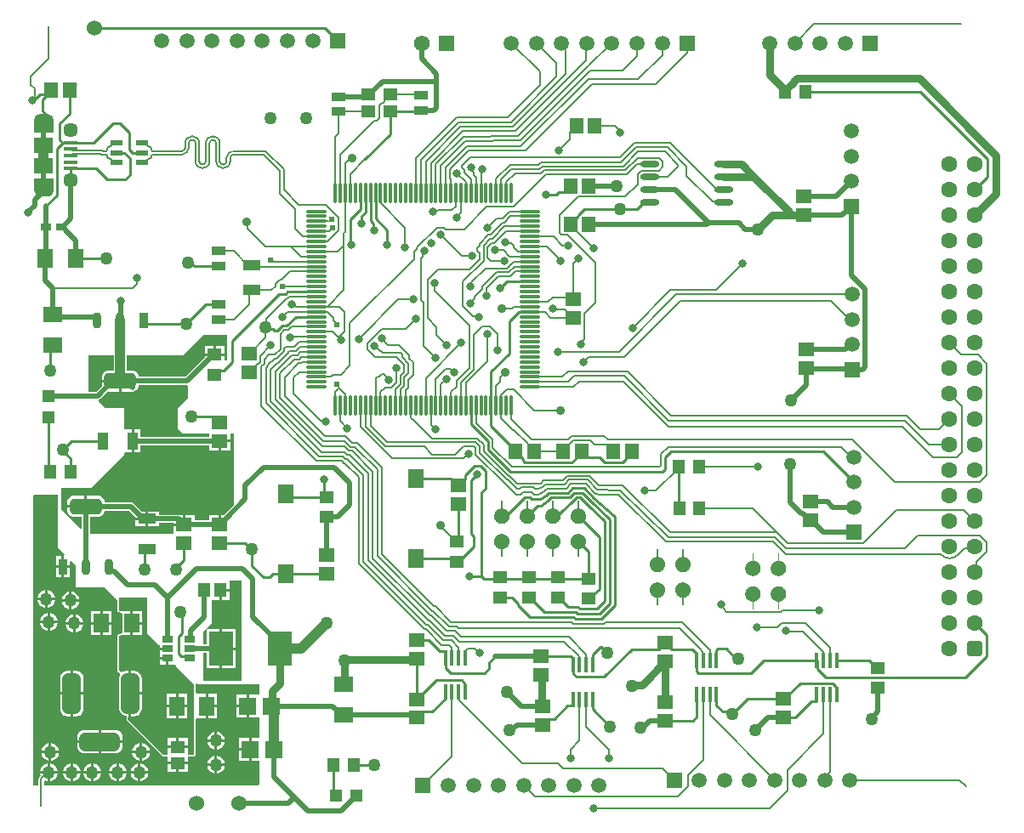
<source format=gbr>
G04*
G04 #@! TF.GenerationSoftware,Altium Limited,Altium Designer,24.2.2 (26)*
G04*
G04 Layer_Physical_Order=1*
G04 Layer_Color=255*
%FSLAX44Y44*%
%MOMM*%
G71*
G04*
G04 #@! TF.SameCoordinates,251A4116-46B9-4EB5-9C36-AF9AACF17162*
G04*
G04*
G04 #@! TF.FilePolarity,Positive*
G04*
G01*
G75*
%ADD14C,0.2540*%
%ADD17C,0.2032*%
%ADD23C,0.5000*%
%ADD24R,1.2000X1.4500*%
%ADD25R,1.4500X1.2000*%
%ADD26R,1.4546X1.5562*%
%ADD27R,1.4562X1.3046*%
%ADD28R,1.5562X1.4546*%
%ADD29R,1.9000X1.5000*%
%ADD30R,1.3500X0.4000*%
%ADD31R,1.0200X0.7600*%
%ADD32R,1.5046X1.9062*%
G04:AMPARAMS|DCode=33|XSize=1.6042mm|YSize=0.8798mm|CornerRadius=0.4399mm|HoleSize=0mm|Usage=FLASHONLY|Rotation=270.000|XOffset=0mm|YOffset=0mm|HoleType=Round|Shape=RoundedRectangle|*
%AMROUNDEDRECTD33*
21,1,1.6042,0.0000,0,0,270.0*
21,1,0.7244,0.8798,0,0,270.0*
1,1,0.8798,0.0000,-0.3622*
1,1,0.8798,0.0000,0.3622*
1,1,0.8798,0.0000,0.3622*
1,1,0.8798,0.0000,-0.3622*
%
%ADD33ROUNDEDRECTD33*%
G04:AMPARAMS|DCode=34|XSize=1.6042mm|YSize=3.1798mm|CornerRadius=0.4411mm|HoleSize=0mm|Usage=FLASHONLY|Rotation=270.000|XOffset=0mm|YOffset=0mm|HoleType=Round|Shape=RoundedRectangle|*
%AMROUNDEDRECTD34*
21,1,1.6042,2.2975,0,0,270.0*
21,1,0.7219,3.1798,0,0,270.0*
1,1,0.8823,-1.1488,-0.3609*
1,1,0.8823,-1.1488,0.3609*
1,1,0.8823,1.1488,0.3609*
1,1,0.8823,1.1488,-0.3609*
%
%ADD34ROUNDEDRECTD34*%
%ADD35R,0.8798X1.6042*%
%ADD36R,1.3500X0.9500*%
%ADD37O,1.9000X0.6500*%
%ADD38R,1.0000X1.8000*%
%ADD39R,1.4000X1.2000*%
%ADD40R,1.5000X1.9000*%
%ADD41O,0.3000X2.1000*%
%ADD42O,2.1000X0.3000*%
%ADD43R,1.2000X0.6000*%
%ADD44R,1.7540X1.8062*%
%ADD45R,2.4130X3.4290*%
%ADD46R,1.9062X1.5046*%
%ADD47R,1.2000X1.2000*%
%ADD48R,1.2000X1.2000*%
%ADD49R,1.8000X1.0000*%
%ADD50R,1.0000X0.7000*%
%ADD51R,1.3046X1.4562*%
%ADD63R,0.3000X1.6000*%
%ADD81C,0.8128*%
%ADD82C,0.1582*%
%ADD83C,0.5080*%
%ADD84C,0.7620*%
%ADD85C,1.0160*%
%ADD86C,0.1524*%
%ADD87C,0.3048*%
%ADD88C,1.5300*%
G04:AMPARAMS|DCode=89|XSize=4mm|YSize=1.8mm|CornerRadius=0.45mm|HoleSize=0mm|Usage=FLASHONLY|Rotation=90.000|XOffset=0mm|YOffset=0mm|HoleType=Round|Shape=RoundedRectangle|*
%AMROUNDEDRECTD89*
21,1,4.0000,0.9000,0,0,90.0*
21,1,3.1000,1.8000,0,0,90.0*
1,1,0.9000,0.4500,1.5500*
1,1,0.9000,0.4500,-1.5500*
1,1,0.9000,-0.4500,-1.5500*
1,1,0.9000,-0.4500,1.5500*
%
%ADD89ROUNDEDRECTD89*%
G04:AMPARAMS|DCode=90|XSize=4mm|YSize=1.8mm|CornerRadius=0.45mm|HoleSize=0mm|Usage=FLASHONLY|Rotation=180.000|XOffset=0mm|YOffset=0mm|HoleType=Round|Shape=RoundedRectangle|*
%AMROUNDEDRECTD90*
21,1,4.0000,0.9000,0,0,180.0*
21,1,3.1000,1.8000,0,0,180.0*
1,1,0.9000,-1.5500,0.4500*
1,1,0.9000,1.5500,0.4500*
1,1,0.9000,1.5500,-0.4500*
1,1,0.9000,-1.5500,-0.4500*
%
%ADD90ROUNDEDRECTD90*%
%ADD91C,1.5080*%
%ADD92R,1.5080X1.5080*%
%ADD93C,1.4500*%
%ADD94R,1.5750X1.5750*%
%ADD95C,1.5750*%
%ADD96R,1.5080X1.5080*%
%ADD97C,1.6000*%
G04:AMPARAMS|DCode=98|XSize=1.6mm|YSize=1.6mm|CornerRadius=0.4mm|HoleSize=0mm|Usage=FLASHONLY|Rotation=270.000|XOffset=0mm|YOffset=0mm|HoleType=Round|Shape=RoundedRectangle|*
%AMROUNDEDRECTD98*
21,1,1.6000,0.8000,0,0,270.0*
21,1,0.8000,1.6000,0,0,270.0*
1,1,0.8000,-0.4000,-0.4000*
1,1,0.8000,-0.4000,0.4000*
1,1,0.8000,0.4000,0.4000*
1,1,0.8000,0.4000,-0.4000*
%
%ADD98ROUNDEDRECTD98*%
%ADD99C,1.5200*%
%ADD100C,1.2700*%
%ADD101C,0.9144*%
%ADD102C,0.6096*%
G36*
X34980Y711480D02*
X25980D01*
Y716480D01*
X34980Y716480D01*
Y711480D01*
D02*
G37*
G36*
X39980Y698480D02*
X20980D01*
Y711480D01*
X39980D01*
Y698480D01*
D02*
G37*
G36*
Y639480D02*
X20980D01*
Y652480D01*
X39980D01*
Y639480D01*
D02*
G37*
G36*
X34980Y634480D02*
X25980Y634480D01*
Y639480D01*
X34980D01*
Y634480D01*
D02*
G37*
G36*
X213360Y472440D02*
X212090Y471170D01*
X211560Y471700D01*
X210450D01*
Y475930D01*
X200660D01*
Y477200D01*
D01*
Y475930D01*
X190870D01*
Y474520D01*
X171344Y454994D01*
X125109D01*
X124940Y456274D01*
X124240Y457965D01*
X123125Y459417D01*
X121673Y460531D01*
X119982Y461232D01*
X118168Y461471D01*
X113341D01*
Y476250D01*
X168910D01*
X189230Y496570D01*
X213360D01*
Y472440D01*
D02*
G37*
G36*
X100019Y461471D02*
X95192D01*
X93378Y461232D01*
X91687Y460531D01*
X90235Y459417D01*
X89120Y457965D01*
X88420Y456274D01*
X88181Y454459D01*
Y452120D01*
X106680D01*
Y450850D01*
X107950D01*
Y440229D01*
X118168D01*
X118648Y440293D01*
X119140Y440195D01*
X120726Y440510D01*
X122070Y441408D01*
X122158Y441541D01*
X123125Y442283D01*
X124240Y443735D01*
X124940Y445426D01*
X125109Y446706D01*
X173060D01*
X173990Y445943D01*
Y434340D01*
X163830Y424180D01*
Y403860D01*
X168910Y398780D01*
X195419D01*
Y395304D01*
X126680D01*
Y402700D01*
X120410D01*
Y391160D01*
Y379620D01*
X126680D01*
Y387016D01*
X195419D01*
Y381347D01*
X204470D01*
Y391160D01*
X205740D01*
Y392430D01*
X216061D01*
Y398780D01*
X219710D01*
Y327538D01*
X209693Y317521D01*
X207010D01*
Y307708D01*
X204470D01*
Y317521D01*
X195419D01*
Y311851D01*
X180501D01*
Y317521D01*
X171450D01*
Y307708D01*
X170180D01*
Y306438D01*
X159859D01*
Y298450D01*
X76534D01*
Y315289D01*
X83878D01*
X85692Y315528D01*
X87383Y316229D01*
X88835Y317343D01*
X89950Y318795D01*
X90650Y320486D01*
X90819Y321766D01*
X115174D01*
X121810Y315130D01*
Y314720D01*
X132080D01*
Y320990D01*
X127670D01*
X119820Y328840D01*
X118476Y329738D01*
X116890Y330054D01*
X90819D01*
X90650Y331334D01*
X89950Y333025D01*
X88835Y334477D01*
X87383Y335591D01*
X85692Y336292D01*
X83878Y336531D01*
X73660D01*
Y325910D01*
X72390D01*
Y324640D01*
X53891D01*
Y322301D01*
X54130Y320486D01*
X54830Y318795D01*
X55945Y317343D01*
X57397Y316229D01*
X59088Y315528D01*
X60902Y315289D01*
X68246D01*
Y304253D01*
X67073Y303767D01*
X48260Y322580D01*
Y344170D01*
X77470D01*
X110490Y377190D01*
Y379234D01*
X111600Y379620D01*
Y379620D01*
X117870D01*
Y391160D01*
Y402700D01*
X111600D01*
Y402700D01*
X110490Y403086D01*
Y424180D01*
X91440D01*
X84908Y430712D01*
X85326Y432090D01*
X85487Y432122D01*
X86832Y433020D01*
X94175Y440363D01*
X95192Y440229D01*
X105410D01*
Y449580D01*
X88181D01*
Y447241D01*
X88315Y446223D01*
X82185Y440094D01*
X75526D01*
X74930Y440690D01*
Y476250D01*
X100019D01*
Y461471D01*
D02*
G37*
G36*
X563260Y323830D02*
X563627Y323789D01*
X563999Y323728D01*
X564367Y323649D01*
X564731Y323552D01*
X565090Y323437D01*
X565443Y323305D01*
X565789Y323155D01*
X566127Y322988D01*
X566456Y322805D01*
X566776Y322606D01*
X567086Y322391D01*
X567385Y322161D01*
X567672Y321917D01*
X567946Y321659D01*
X568208Y321387D01*
X568455Y321103D01*
X568689Y320807D01*
X568907Y320500D01*
X569110Y320182D01*
X569297Y319855D01*
X569468Y319519D01*
X569621Y319175D01*
X569758Y318824D01*
X569877Y318466D01*
X569978Y318103D01*
X570061Y317736D01*
X570126Y317364D01*
X570173Y316990D01*
X570201Y316614D01*
X570210Y316230D01*
X570168Y315436D01*
X570044Y314650D01*
X569838Y313881D01*
X569553Y313139D01*
X569192Y312430D01*
X568759Y311763D01*
X568258Y311145D01*
X567695Y310582D01*
X567077Y310082D01*
X566410Y309648D01*
X565701Y309287D01*
X564958Y309002D01*
X564190Y308796D01*
X563404Y308672D01*
X562610Y308630D01*
X561816Y308672D01*
X561030Y308796D01*
X560261Y309002D01*
X559519Y309287D01*
X558810Y309648D01*
X558143Y310082D01*
X557525Y310582D01*
X556962Y311145D01*
X556461Y311763D01*
X556028Y312430D01*
X555667Y313139D01*
X555382Y313881D01*
X555176Y314650D01*
X555052Y315436D01*
X555010Y316230D01*
X555019Y316614D01*
X555047Y316990D01*
X555094Y317364D01*
X555159Y317736D01*
X555242Y318103D01*
X555343Y318466D01*
X555462Y318824D01*
X555599Y319175D01*
X555752Y319519D01*
X555923Y319855D01*
X556110Y320182D01*
X556313Y320500D01*
X556531Y320807D01*
X556765Y321103D01*
X557012Y321387D01*
X557274Y321659D01*
X557548Y321917D01*
X557835Y322161D01*
X558134Y322391D01*
X558444Y322606D01*
X558764Y322805D01*
X559093Y322988D01*
X559431Y323155D01*
X559777Y323305D01*
X560130Y323437D01*
X560489Y323552D01*
X560853Y323649D01*
X561221Y323728D01*
X561593Y323789D01*
X561960Y323830D01*
Y331530D01*
X563260D01*
Y323830D01*
D02*
G37*
G36*
X537860D02*
X538227Y323789D01*
X538599Y323728D01*
X538967Y323649D01*
X539332Y323552D01*
X539691Y323437D01*
X540043Y323305D01*
X540389Y323155D01*
X540727Y322988D01*
X541057Y322805D01*
X541376Y322606D01*
X541686Y322391D01*
X541985Y322161D01*
X542272Y321917D01*
X542546Y321659D01*
X542808Y321387D01*
X543055Y321103D01*
X543288Y320807D01*
X543507Y320500D01*
X543710Y320182D01*
X543897Y319855D01*
X544067Y319519D01*
X544221Y319175D01*
X544358Y318824D01*
X544477Y318466D01*
X544578Y318103D01*
X544661Y317736D01*
X544726Y317364D01*
X544773Y316990D01*
X544801Y316614D01*
X544810Y316230D01*
X544768Y315436D01*
X544644Y314650D01*
X544438Y313881D01*
X544153Y313139D01*
X543792Y312430D01*
X543358Y311763D01*
X542858Y311145D01*
X542295Y310582D01*
X541677Y310082D01*
X541010Y309648D01*
X540301Y309287D01*
X539558Y309002D01*
X538790Y308796D01*
X538004Y308672D01*
X537210Y308630D01*
X536416Y308672D01*
X535630Y308796D01*
X534861Y309002D01*
X534119Y309287D01*
X533410Y309648D01*
X532743Y310082D01*
X532125Y310582D01*
X531562Y311145D01*
X531062Y311763D01*
X530628Y312430D01*
X530267Y313139D01*
X529982Y313881D01*
X529776Y314650D01*
X529652Y315436D01*
X529610Y316230D01*
X529619Y316614D01*
X529647Y316990D01*
X529694Y317364D01*
X529759Y317736D01*
X529842Y318103D01*
X529943Y318466D01*
X530062Y318824D01*
X530199Y319175D01*
X530353Y319519D01*
X530523Y319855D01*
X530710Y320182D01*
X530913Y320500D01*
X531132Y320807D01*
X531365Y321103D01*
X531612Y321387D01*
X531874Y321659D01*
X532148Y321917D01*
X532435Y322161D01*
X532734Y322391D01*
X533044Y322606D01*
X533363Y322805D01*
X533693Y322988D01*
X534031Y323155D01*
X534377Y323305D01*
X534729Y323437D01*
X535089Y323552D01*
X535453Y323649D01*
X535821Y323728D01*
X536193Y323789D01*
X536560Y323830D01*
Y331530D01*
X537860D01*
Y323830D01*
D02*
G37*
G36*
X512460D02*
X512827Y323789D01*
X513199Y323728D01*
X513567Y323649D01*
X513932Y323552D01*
X514291Y323437D01*
X514643Y323305D01*
X514989Y323155D01*
X515327Y322988D01*
X515657Y322805D01*
X515976Y322606D01*
X516286Y322391D01*
X516585Y322161D01*
X516872Y321917D01*
X517146Y321659D01*
X517408Y321387D01*
X517655Y321103D01*
X517888Y320807D01*
X518107Y320500D01*
X518310Y320182D01*
X518497Y319855D01*
X518667Y319519D01*
X518821Y319175D01*
X518958Y318824D01*
X519077Y318466D01*
X519178Y318103D01*
X519261Y317736D01*
X519326Y317364D01*
X519373Y316990D01*
X519401Y316614D01*
X519410Y316230D01*
X519368Y315436D01*
X519244Y314650D01*
X519038Y313881D01*
X518753Y313139D01*
X518392Y312430D01*
X517958Y311763D01*
X517458Y311145D01*
X516895Y310582D01*
X516277Y310082D01*
X515610Y309648D01*
X514901Y309287D01*
X514159Y309002D01*
X513390Y308796D01*
X512604Y308672D01*
X511810Y308630D01*
X511016Y308672D01*
X510230Y308796D01*
X509462Y309002D01*
X508719Y309287D01*
X508010Y309648D01*
X507343Y310082D01*
X506725Y310582D01*
X506162Y311145D01*
X505662Y311763D01*
X505228Y312430D01*
X504867Y313139D01*
X504582Y313881D01*
X504376Y314650D01*
X504252Y315436D01*
X504210Y316230D01*
X504219Y316614D01*
X504247Y316990D01*
X504294Y317364D01*
X504359Y317736D01*
X504442Y318103D01*
X504543Y318466D01*
X504662Y318824D01*
X504799Y319175D01*
X504953Y319519D01*
X505123Y319855D01*
X505310Y320182D01*
X505513Y320500D01*
X505732Y320807D01*
X505965Y321103D01*
X506212Y321387D01*
X506474Y321659D01*
X506748Y321917D01*
X507035Y322161D01*
X507334Y322391D01*
X507644Y322606D01*
X507963Y322805D01*
X508293Y322988D01*
X508631Y323155D01*
X508977Y323305D01*
X509329Y323437D01*
X509688Y323552D01*
X510053Y323649D01*
X510421Y323728D01*
X510793Y323789D01*
X511160Y323830D01*
Y331530D01*
X512460D01*
Y323830D01*
D02*
G37*
G36*
X487060D02*
X487427Y323789D01*
X487799Y323728D01*
X488167Y323649D01*
X488531Y323552D01*
X488890Y323437D01*
X489243Y323305D01*
X489589Y323155D01*
X489927Y322988D01*
X490257Y322805D01*
X490576Y322606D01*
X490886Y322391D01*
X491185Y322161D01*
X491472Y321917D01*
X491746Y321659D01*
X492008Y321387D01*
X492255Y321103D01*
X492489Y320807D01*
X492707Y320500D01*
X492910Y320182D01*
X493097Y319855D01*
X493268Y319519D01*
X493421Y319175D01*
X493558Y318824D01*
X493677Y318466D01*
X493778Y318103D01*
X493861Y317736D01*
X493926Y317364D01*
X493973Y316990D01*
X494001Y316614D01*
X494010Y316230D01*
X493968Y315436D01*
X493844Y314650D01*
X493638Y313881D01*
X493353Y313139D01*
X492992Y312430D01*
X492559Y311763D01*
X492058Y311145D01*
X491495Y310582D01*
X490877Y310082D01*
X490210Y309648D01*
X489501Y309287D01*
X488759Y309002D01*
X487990Y308796D01*
X487204Y308672D01*
X486410Y308630D01*
X485616Y308672D01*
X484830Y308796D01*
X484062Y309002D01*
X483319Y309287D01*
X482610Y309648D01*
X481943Y310082D01*
X481325Y310582D01*
X480762Y311145D01*
X480261Y311763D01*
X479828Y312430D01*
X479467Y313139D01*
X479182Y313881D01*
X478976Y314650D01*
X478852Y315436D01*
X478810Y316230D01*
X478819Y316614D01*
X478847Y316990D01*
X478894Y317364D01*
X478959Y317736D01*
X479042Y318103D01*
X479143Y318466D01*
X479262Y318824D01*
X479399Y319175D01*
X479552Y319519D01*
X479723Y319855D01*
X479910Y320182D01*
X480113Y320500D01*
X480331Y320807D01*
X480565Y321103D01*
X480812Y321387D01*
X481074Y321659D01*
X481348Y321917D01*
X481635Y322161D01*
X481934Y322391D01*
X482244Y322606D01*
X482564Y322805D01*
X482893Y322988D01*
X483231Y323155D01*
X483577Y323305D01*
X483929Y323437D01*
X484288Y323552D01*
X484653Y323649D01*
X485021Y323728D01*
X485393Y323789D01*
X485760Y323830D01*
Y331530D01*
X487060D01*
Y323830D01*
D02*
G37*
G36*
X563008Y298420D02*
X563404Y298388D01*
X563799Y298336D01*
X564190Y298264D01*
X564577Y298171D01*
X564958Y298058D01*
X565334Y297925D01*
X565701Y297773D01*
X566060Y297602D01*
X566410Y297412D01*
X566749Y297204D01*
X567077Y296978D01*
X567393Y296736D01*
X567695Y296478D01*
X567984Y296204D01*
X568258Y295915D01*
X568516Y295613D01*
X568759Y295297D01*
X568984Y294969D01*
X569192Y294630D01*
X569382Y294280D01*
X569553Y293921D01*
X569705Y293554D01*
X569838Y293179D01*
X569951Y292797D01*
X570044Y292410D01*
X570116Y292019D01*
X570168Y291624D01*
X570200Y291228D01*
X570210Y290830D01*
Y289830D01*
X570167Y289541D01*
X570100Y289198D01*
X570018Y288858D01*
X569921Y288522D01*
X569808Y288191D01*
X569679Y287866D01*
X569537Y287547D01*
X569379Y287235D01*
X569208Y286930D01*
X569022Y286634D01*
X568824Y286346D01*
X568612Y286068D01*
X568388Y285800D01*
X568151Y285542D01*
X567903Y285296D01*
X567644Y285061D01*
X567375Y284839D01*
X567095Y284629D01*
X566806Y284432D01*
X566509Y284248D01*
X566203Y284079D01*
X565890Y283923D01*
X565570Y283783D01*
X565244Y283657D01*
X564912Y283546D01*
X564576Y283450D01*
X564236Y283370D01*
X563892Y283306D01*
X563546Y283258D01*
X563260Y283230D01*
Y275530D01*
X561960D01*
Y283230D01*
X561674Y283258D01*
X561328Y283306D01*
X560984Y283370D01*
X560644Y283450D01*
X560308Y283546D01*
X559976Y283657D01*
X559650Y283783D01*
X559330Y283923D01*
X559017Y284079D01*
X558711Y284248D01*
X558414Y284432D01*
X558125Y284629D01*
X557845Y284839D01*
X557576Y285061D01*
X557317Y285296D01*
X557069Y285542D01*
X556832Y285800D01*
X556608Y286068D01*
X556396Y286346D01*
X556198Y286634D01*
X556012Y286930D01*
X555841Y287235D01*
X555683Y287547D01*
X555541Y287866D01*
X555412Y288191D01*
X555299Y288522D01*
X555202Y288858D01*
X555120Y289198D01*
X555053Y289541D01*
X555010Y289830D01*
Y290830D01*
X555020Y291228D01*
X555052Y291624D01*
X555104Y292019D01*
X555176Y292410D01*
X555269Y292797D01*
X555382Y293179D01*
X555515Y293554D01*
X555667Y293921D01*
X555838Y294280D01*
X556028Y294630D01*
X556236Y294969D01*
X556461Y295297D01*
X556704Y295613D01*
X556962Y295915D01*
X557236Y296204D01*
X557525Y296478D01*
X557827Y296736D01*
X558143Y296978D01*
X558471Y297204D01*
X558810Y297412D01*
X559160Y297602D01*
X559519Y297773D01*
X559886Y297925D01*
X560261Y298058D01*
X560643Y298171D01*
X561030Y298264D01*
X561421Y298336D01*
X561816Y298388D01*
X562212Y298420D01*
X562610Y298430D01*
X563008Y298420D01*
D02*
G37*
G36*
X537608D02*
X538004Y298388D01*
X538399Y298336D01*
X538790Y298264D01*
X539177Y298171D01*
X539558Y298058D01*
X539934Y297925D01*
X540301Y297773D01*
X540660Y297602D01*
X541010Y297412D01*
X541349Y297204D01*
X541677Y296978D01*
X541993Y296736D01*
X542295Y296478D01*
X542584Y296204D01*
X542858Y295915D01*
X543116Y295613D01*
X543358Y295297D01*
X543584Y294969D01*
X543792Y294630D01*
X543982Y294280D01*
X544153Y293921D01*
X544305Y293554D01*
X544438Y293179D01*
X544551Y292797D01*
X544644Y292410D01*
X544716Y292019D01*
X544768Y291624D01*
X544800Y291228D01*
X544810Y290830D01*
Y289830D01*
X544767Y289541D01*
X544700Y289198D01*
X544618Y288858D01*
X544520Y288522D01*
X544408Y288191D01*
X544280Y287866D01*
X544137Y287547D01*
X543979Y287235D01*
X543808Y286930D01*
X543623Y286634D01*
X543424Y286346D01*
X543212Y286068D01*
X542988Y285800D01*
X542751Y285542D01*
X542503Y285296D01*
X542244Y285061D01*
X541975Y284839D01*
X541695Y284629D01*
X541406Y284432D01*
X541109Y284248D01*
X540803Y284079D01*
X540490Y283923D01*
X540170Y283783D01*
X539844Y283657D01*
X539512Y283546D01*
X539176Y283450D01*
X538836Y283370D01*
X538492Y283306D01*
X538146Y283258D01*
X537860Y283230D01*
Y275530D01*
X536560D01*
Y283230D01*
X536274Y283258D01*
X535928Y283306D01*
X535584Y283370D01*
X535244Y283450D01*
X534908Y283546D01*
X534576Y283657D01*
X534250Y283783D01*
X533930Y283923D01*
X533617Y284079D01*
X533311Y284248D01*
X533014Y284432D01*
X532725Y284629D01*
X532445Y284839D01*
X532176Y285061D01*
X531917Y285296D01*
X531669Y285542D01*
X531432Y285800D01*
X531208Y286068D01*
X530996Y286346D01*
X530798Y286634D01*
X530612Y286930D01*
X530441Y287235D01*
X530283Y287547D01*
X530140Y287866D01*
X530013Y288191D01*
X529899Y288522D01*
X529802Y288858D01*
X529720Y289198D01*
X529653Y289541D01*
X529610Y289830D01*
Y290830D01*
X529620Y291228D01*
X529652Y291624D01*
X529704Y292019D01*
X529776Y292410D01*
X529869Y292797D01*
X529982Y293179D01*
X530115Y293554D01*
X530267Y293921D01*
X530438Y294280D01*
X530628Y294630D01*
X530836Y294969D01*
X531062Y295297D01*
X531304Y295613D01*
X531562Y295915D01*
X531836Y296204D01*
X532125Y296478D01*
X532427Y296736D01*
X532743Y296978D01*
X533071Y297204D01*
X533410Y297412D01*
X533760Y297602D01*
X534119Y297773D01*
X534486Y297925D01*
X534861Y298058D01*
X535243Y298171D01*
X535630Y298264D01*
X536021Y298336D01*
X536416Y298388D01*
X536812Y298420D01*
X537210Y298430D01*
X537608Y298420D01*
D02*
G37*
G36*
X512208D02*
X512604Y298388D01*
X512999Y298336D01*
X513390Y298264D01*
X513777Y298171D01*
X514159Y298058D01*
X514534Y297925D01*
X514901Y297773D01*
X515260Y297602D01*
X515610Y297412D01*
X515949Y297204D01*
X516277Y296978D01*
X516593Y296736D01*
X516895Y296478D01*
X517184Y296204D01*
X517458Y295915D01*
X517716Y295613D01*
X517958Y295297D01*
X518184Y294969D01*
X518392Y294630D01*
X518582Y294280D01*
X518753Y293921D01*
X518905Y293554D01*
X519038Y293179D01*
X519151Y292797D01*
X519244Y292410D01*
X519316Y292019D01*
X519368Y291624D01*
X519400Y291228D01*
X519410Y290830D01*
Y289830D01*
X519367Y289541D01*
X519300Y289198D01*
X519218Y288858D01*
X519120Y288522D01*
X519007Y288191D01*
X518880Y287866D01*
X518737Y287547D01*
X518579Y287235D01*
X518408Y286930D01*
X518223Y286634D01*
X518024Y286346D01*
X517812Y286068D01*
X517588Y285800D01*
X517351Y285542D01*
X517103Y285296D01*
X516844Y285061D01*
X516575Y284839D01*
X516295Y284629D01*
X516006Y284432D01*
X515709Y284248D01*
X515403Y284079D01*
X515090Y283923D01*
X514770Y283783D01*
X514444Y283657D01*
X514112Y283546D01*
X513776Y283450D01*
X513436Y283370D01*
X513092Y283306D01*
X512746Y283258D01*
X512460Y283230D01*
Y275530D01*
X511160D01*
Y283230D01*
X510874Y283258D01*
X510528Y283306D01*
X510184Y283370D01*
X509844Y283450D01*
X509508Y283546D01*
X509176Y283657D01*
X508850Y283783D01*
X508530Y283923D01*
X508217Y284079D01*
X507911Y284248D01*
X507614Y284432D01*
X507325Y284629D01*
X507045Y284839D01*
X506776Y285061D01*
X506517Y285296D01*
X506269Y285542D01*
X506032Y285800D01*
X505808Y286068D01*
X505596Y286346D01*
X505397Y286634D01*
X505212Y286930D01*
X505041Y287235D01*
X504883Y287547D01*
X504740Y287866D01*
X504613Y288191D01*
X504500Y288522D01*
X504402Y288858D01*
X504320Y289198D01*
X504253Y289541D01*
X504210Y289830D01*
Y290830D01*
X504220Y291228D01*
X504252Y291624D01*
X504304Y292019D01*
X504376Y292410D01*
X504469Y292797D01*
X504582Y293179D01*
X504715Y293554D01*
X504867Y293921D01*
X505038Y294280D01*
X505228Y294630D01*
X505436Y294969D01*
X505662Y295297D01*
X505904Y295613D01*
X506162Y295915D01*
X506436Y296204D01*
X506725Y296478D01*
X507027Y296736D01*
X507343Y296978D01*
X507671Y297204D01*
X508010Y297412D01*
X508360Y297602D01*
X508719Y297773D01*
X509086Y297925D01*
X509462Y298058D01*
X509843Y298171D01*
X510230Y298264D01*
X510621Y298336D01*
X511016Y298388D01*
X511412Y298420D01*
X511810Y298430D01*
X512208Y298420D01*
D02*
G37*
G36*
X486808D02*
X487204Y298388D01*
X487599Y298336D01*
X487990Y298264D01*
X488377Y298171D01*
X488759Y298058D01*
X489134Y297925D01*
X489501Y297773D01*
X489860Y297602D01*
X490210Y297412D01*
X490549Y297204D01*
X490877Y296978D01*
X491193Y296736D01*
X491495Y296478D01*
X491784Y296204D01*
X492058Y295915D01*
X492316Y295613D01*
X492559Y295297D01*
X492784Y294969D01*
X492992Y294630D01*
X493182Y294280D01*
X493353Y293921D01*
X493505Y293554D01*
X493638Y293179D01*
X493751Y292797D01*
X493844Y292410D01*
X493916Y292019D01*
X493968Y291624D01*
X494000Y291228D01*
X494010Y290830D01*
Y289830D01*
X493967Y289541D01*
X493900Y289198D01*
X493818Y288858D01*
X493721Y288522D01*
X493607Y288191D01*
X493479Y287866D01*
X493337Y287547D01*
X493179Y287235D01*
X493008Y286930D01*
X492822Y286634D01*
X492624Y286346D01*
X492412Y286068D01*
X492188Y285800D01*
X491951Y285542D01*
X491703Y285296D01*
X491444Y285061D01*
X491175Y284839D01*
X490895Y284629D01*
X490606Y284432D01*
X490309Y284248D01*
X490003Y284079D01*
X489690Y283923D01*
X489370Y283783D01*
X489044Y283657D01*
X488712Y283546D01*
X488376Y283450D01*
X488036Y283370D01*
X487692Y283306D01*
X487346Y283258D01*
X487060Y283230D01*
Y275530D01*
X485760D01*
Y283230D01*
X485474Y283258D01*
X485128Y283306D01*
X484784Y283370D01*
X484444Y283450D01*
X484108Y283546D01*
X483776Y283657D01*
X483450Y283783D01*
X483130Y283923D01*
X482817Y284079D01*
X482511Y284248D01*
X482214Y284432D01*
X481925Y284629D01*
X481645Y284839D01*
X481376Y285061D01*
X481117Y285296D01*
X480869Y285542D01*
X480632Y285800D01*
X480408Y286068D01*
X480196Y286346D01*
X479997Y286634D01*
X479812Y286930D01*
X479641Y287235D01*
X479483Y287547D01*
X479341Y287866D01*
X479212Y288191D01*
X479100Y288522D01*
X479002Y288858D01*
X478920Y289198D01*
X478853Y289541D01*
X478810Y289830D01*
Y290830D01*
X478820Y291228D01*
X478852Y291624D01*
X478904Y292019D01*
X478976Y292410D01*
X479069Y292797D01*
X479182Y293179D01*
X479315Y293554D01*
X479467Y293921D01*
X479638Y294280D01*
X479828Y294630D01*
X480036Y294969D01*
X480261Y295297D01*
X480504Y295613D01*
X480762Y295915D01*
X481036Y296204D01*
X481325Y296478D01*
X481627Y296736D01*
X481943Y296978D01*
X482271Y297204D01*
X482610Y297412D01*
X482960Y297602D01*
X483319Y297773D01*
X483686Y297925D01*
X484062Y298058D01*
X484443Y298171D01*
X484830Y298264D01*
X485221Y298336D01*
X485616Y298388D01*
X486012Y298420D01*
X486410Y298430D01*
X486808Y298420D01*
D02*
G37*
G36*
X667400Y275570D02*
X667690Y275540D01*
X668030Y275490D01*
X668380Y275430D01*
X668720Y275350D01*
X669050Y275250D01*
X669380Y275140D01*
X669710Y275020D01*
X670030Y274880D01*
X670340Y274720D01*
X670650Y274550D01*
X670950Y274370D01*
X671240Y274170D01*
X671510Y273960D01*
X671780Y273740D01*
X672040Y273500D01*
X672290Y273260D01*
X672530Y273000D01*
X672750Y272730D01*
X672960Y272450D01*
X673160Y272170D01*
X673350Y271870D01*
X673520Y271570D01*
X673680Y271250D01*
X673820Y270930D01*
X673950Y270610D01*
X674060Y270280D01*
X674160Y269940D01*
X674240Y269600D01*
X674310Y269260D01*
X674350Y268970D01*
Y267970D01*
X674340Y267570D01*
X674310Y267180D01*
X674260Y266780D01*
X674180Y266390D01*
X674090Y266000D01*
X673980Y265620D01*
X673850Y265250D01*
X673690Y264880D01*
X673520Y264520D01*
X673330Y264170D01*
X673120Y263830D01*
X672900Y263500D01*
X672660Y263190D01*
X672400Y262880D01*
X672120Y262600D01*
X671840Y262320D01*
X671530Y262060D01*
X671220Y261820D01*
X670890Y261600D01*
X670550Y261390D01*
X670200Y261200D01*
X669840Y261030D01*
X669470Y260870D01*
X669100Y260740D01*
X668720Y260630D01*
X668330Y260540D01*
X667940Y260460D01*
X667540Y260410D01*
X667150Y260380D01*
X666750Y260370D01*
X666350Y260380D01*
X665960Y260410D01*
X665560Y260460D01*
X665170Y260540D01*
X664780Y260630D01*
X664400Y260740D01*
X664030Y260870D01*
X663660Y261030D01*
X663300Y261200D01*
X662950Y261390D01*
X662610Y261600D01*
X662280Y261820D01*
X661970Y262060D01*
X661660Y262320D01*
X661380Y262600D01*
X661100Y262880D01*
X660840Y263190D01*
X660600Y263500D01*
X660380Y263830D01*
X660170Y264170D01*
X659980Y264520D01*
X659810Y264880D01*
X659650Y265250D01*
X659520Y265620D01*
X659410Y266000D01*
X659320Y266390D01*
X659240Y266780D01*
X659190Y267180D01*
X659160Y267570D01*
X659150Y267970D01*
Y268970D01*
X659190Y269260D01*
X659260Y269600D01*
X659340Y269940D01*
X659440Y270280D01*
X659550Y270610D01*
X659680Y270930D01*
X659820Y271250D01*
X659980Y271570D01*
X660150Y271870D01*
X660340Y272170D01*
X660540Y272450D01*
X660750Y272730D01*
X660970Y273000D01*
X661210Y273260D01*
X661460Y273500D01*
X661720Y273740D01*
X661990Y273960D01*
X662260Y274170D01*
X662550Y274370D01*
X662850Y274550D01*
X663160Y274720D01*
X663470Y274880D01*
X663790Y275020D01*
X664120Y275140D01*
X664450Y275250D01*
X664780Y275350D01*
X665120Y275430D01*
X665470Y275490D01*
X665810Y275540D01*
X666100Y275570D01*
Y283270D01*
X667400D01*
Y275570D01*
D02*
G37*
G36*
X642000D02*
X642290Y275540D01*
X642630Y275490D01*
X642980Y275430D01*
X643320Y275350D01*
X643650Y275250D01*
X643980Y275140D01*
X644310Y275020D01*
X644630Y274880D01*
X644940Y274720D01*
X645250Y274550D01*
X645550Y274370D01*
X645840Y274170D01*
X646110Y273960D01*
X646380Y273740D01*
X646640Y273500D01*
X646890Y273260D01*
X647130Y273000D01*
X647350Y272730D01*
X647560Y272450D01*
X647760Y272170D01*
X647950Y271870D01*
X648120Y271570D01*
X648280Y271250D01*
X648420Y270930D01*
X648550Y270610D01*
X648660Y270280D01*
X648760Y269940D01*
X648840Y269600D01*
X648910Y269260D01*
X648950Y268970D01*
Y267970D01*
X648940Y267570D01*
X648910Y267180D01*
X648860Y266780D01*
X648780Y266390D01*
X648690Y266000D01*
X648580Y265620D01*
X648450Y265250D01*
X648290Y264880D01*
X648120Y264520D01*
X647930Y264170D01*
X647720Y263830D01*
X647500Y263500D01*
X647260Y263190D01*
X647000Y262880D01*
X646720Y262600D01*
X646440Y262320D01*
X646130Y262060D01*
X645820Y261820D01*
X645490Y261600D01*
X645150Y261390D01*
X644800Y261200D01*
X644440Y261030D01*
X644070Y260870D01*
X643700Y260740D01*
X643320Y260630D01*
X642930Y260540D01*
X642540Y260460D01*
X642140Y260410D01*
X641750Y260380D01*
X641350Y260370D01*
X640950Y260380D01*
X640560Y260410D01*
X640160Y260460D01*
X639770Y260540D01*
X639380Y260630D01*
X639000Y260740D01*
X638630Y260870D01*
X638260Y261030D01*
X637900Y261200D01*
X637550Y261390D01*
X637210Y261600D01*
X636880Y261820D01*
X636570Y262060D01*
X636260Y262320D01*
X635980Y262600D01*
X635700Y262880D01*
X635440Y263190D01*
X635200Y263500D01*
X634980Y263830D01*
X634770Y264170D01*
X634580Y264520D01*
X634410Y264880D01*
X634250Y265250D01*
X634120Y265620D01*
X634010Y266000D01*
X633920Y266390D01*
X633840Y266780D01*
X633790Y267180D01*
X633760Y267570D01*
X633750Y267970D01*
Y268970D01*
X633790Y269260D01*
X633860Y269600D01*
X633940Y269940D01*
X634040Y270280D01*
X634150Y270610D01*
X634280Y270930D01*
X634420Y271250D01*
X634580Y271570D01*
X634750Y271870D01*
X634940Y272170D01*
X635140Y272450D01*
X635350Y272730D01*
X635570Y273000D01*
X635810Y273260D01*
X636060Y273500D01*
X636320Y273740D01*
X636590Y273960D01*
X636860Y274170D01*
X637150Y274370D01*
X637450Y274550D01*
X637760Y274720D01*
X638070Y274880D01*
X638390Y275020D01*
X638720Y275140D01*
X639050Y275250D01*
X639380Y275350D01*
X639720Y275430D01*
X640070Y275490D01*
X640410Y275540D01*
X640700Y275570D01*
Y283270D01*
X642000D01*
Y275570D01*
D02*
G37*
G36*
X762650Y271760D02*
X762940Y271730D01*
X763280Y271680D01*
X763630Y271620D01*
X763970Y271540D01*
X764300Y271440D01*
X764630Y271330D01*
X764960Y271210D01*
X765280Y271070D01*
X765590Y270910D01*
X765900Y270740D01*
X766200Y270560D01*
X766490Y270360D01*
X766760Y270150D01*
X767030Y269930D01*
X767290Y269690D01*
X767540Y269450D01*
X767780Y269190D01*
X768000Y268920D01*
X768210Y268640D01*
X768410Y268360D01*
X768600Y268060D01*
X768770Y267760D01*
X768930Y267440D01*
X769070Y267120D01*
X769200Y266800D01*
X769310Y266470D01*
X769410Y266130D01*
X769490Y265790D01*
X769560Y265450D01*
X769600Y265160D01*
Y264160D01*
X769590Y263760D01*
X769560Y263370D01*
X769510Y262970D01*
X769430Y262580D01*
X769340Y262190D01*
X769230Y261810D01*
X769100Y261440D01*
X768940Y261070D01*
X768770Y260710D01*
X768580Y260360D01*
X768370Y260020D01*
X768150Y259690D01*
X767910Y259380D01*
X767650Y259070D01*
X767370Y258790D01*
X767090Y258510D01*
X766780Y258250D01*
X766470Y258010D01*
X766140Y257790D01*
X765800Y257580D01*
X765450Y257390D01*
X765090Y257220D01*
X764720Y257060D01*
X764350Y256930D01*
X763970Y256820D01*
X763580Y256730D01*
X763190Y256650D01*
X762790Y256600D01*
X762400Y256570D01*
X762000Y256560D01*
X761600Y256570D01*
X761210Y256600D01*
X760810Y256650D01*
X760420Y256730D01*
X760030Y256820D01*
X759650Y256930D01*
X759280Y257060D01*
X758910Y257220D01*
X758550Y257390D01*
X758200Y257580D01*
X757860Y257790D01*
X757530Y258010D01*
X757220Y258250D01*
X756910Y258510D01*
X756630Y258790D01*
X756350Y259070D01*
X756090Y259380D01*
X755850Y259690D01*
X755630Y260020D01*
X755420Y260360D01*
X755230Y260710D01*
X755060Y261070D01*
X754900Y261440D01*
X754770Y261810D01*
X754660Y262190D01*
X754570Y262580D01*
X754490Y262970D01*
X754440Y263370D01*
X754410Y263760D01*
X754400Y264160D01*
Y265160D01*
X754440Y265450D01*
X754510Y265790D01*
X754590Y266130D01*
X754690Y266470D01*
X754800Y266800D01*
X754930Y267120D01*
X755070Y267440D01*
X755230Y267760D01*
X755400Y268060D01*
X755590Y268360D01*
X755790Y268640D01*
X756000Y268920D01*
X756220Y269190D01*
X756460Y269450D01*
X756710Y269690D01*
X756970Y269930D01*
X757240Y270150D01*
X757510Y270360D01*
X757800Y270560D01*
X758100Y270740D01*
X758410Y270910D01*
X758720Y271070D01*
X759040Y271210D01*
X759370Y271330D01*
X759700Y271440D01*
X760030Y271540D01*
X760370Y271620D01*
X760720Y271680D01*
X761060Y271730D01*
X761350Y271760D01*
Y279460D01*
X762650D01*
Y271760D01*
D02*
G37*
G36*
X737250D02*
X737540Y271730D01*
X737880Y271680D01*
X738230Y271620D01*
X738570Y271540D01*
X738900Y271440D01*
X739230Y271330D01*
X739560Y271210D01*
X739880Y271070D01*
X740190Y270910D01*
X740500Y270740D01*
X740800Y270560D01*
X741090Y270360D01*
X741360Y270150D01*
X741630Y269930D01*
X741890Y269690D01*
X742140Y269450D01*
X742380Y269190D01*
X742600Y268920D01*
X742810Y268640D01*
X743010Y268360D01*
X743200Y268060D01*
X743370Y267760D01*
X743530Y267440D01*
X743670Y267120D01*
X743800Y266800D01*
X743910Y266470D01*
X744010Y266130D01*
X744090Y265790D01*
X744160Y265450D01*
X744200Y265160D01*
Y264160D01*
X744190Y263760D01*
X744160Y263370D01*
X744110Y262970D01*
X744030Y262580D01*
X743940Y262190D01*
X743830Y261810D01*
X743700Y261440D01*
X743540Y261070D01*
X743370Y260710D01*
X743180Y260360D01*
X742970Y260020D01*
X742750Y259690D01*
X742510Y259380D01*
X742250Y259070D01*
X741970Y258790D01*
X741690Y258510D01*
X741380Y258250D01*
X741070Y258010D01*
X740740Y257790D01*
X740400Y257580D01*
X740050Y257390D01*
X739690Y257220D01*
X739320Y257060D01*
X738950Y256930D01*
X738570Y256820D01*
X738180Y256730D01*
X737790Y256650D01*
X737390Y256600D01*
X737000Y256570D01*
X736600Y256560D01*
X736200Y256570D01*
X735810Y256600D01*
X735410Y256650D01*
X735020Y256730D01*
X734630Y256820D01*
X734250Y256930D01*
X733880Y257060D01*
X733510Y257220D01*
X733150Y257390D01*
X732800Y257580D01*
X732460Y257790D01*
X732130Y258010D01*
X731820Y258250D01*
X731510Y258510D01*
X731230Y258790D01*
X730950Y259070D01*
X730690Y259380D01*
X730450Y259690D01*
X730230Y260020D01*
X730020Y260360D01*
X729830Y260710D01*
X729660Y261070D01*
X729500Y261440D01*
X729370Y261810D01*
X729260Y262190D01*
X729170Y262580D01*
X729090Y262970D01*
X729040Y263370D01*
X729010Y263760D01*
X729000Y264160D01*
Y265160D01*
X729040Y265450D01*
X729110Y265790D01*
X729190Y266130D01*
X729290Y266470D01*
X729400Y266800D01*
X729530Y267120D01*
X729670Y267440D01*
X729830Y267760D01*
X730000Y268060D01*
X730190Y268360D01*
X730390Y268640D01*
X730600Y268920D01*
X730820Y269190D01*
X731060Y269450D01*
X731310Y269690D01*
X731570Y269930D01*
X731840Y270150D01*
X732110Y270360D01*
X732400Y270560D01*
X732700Y270740D01*
X733010Y270910D01*
X733320Y271070D01*
X733640Y271210D01*
X733970Y271330D01*
X734300Y271440D01*
X734630Y271540D01*
X734970Y271620D01*
X735320Y271680D01*
X735660Y271730D01*
X735950Y271760D01*
Y279460D01*
X737250D01*
Y271760D01*
D02*
G37*
G36*
X667540Y250130D02*
X668330Y250000D01*
X669100Y249800D01*
X669840Y249510D01*
X670550Y249150D01*
X671220Y248720D01*
X671840Y248220D01*
X672400Y247660D01*
X672900Y247040D01*
X673330Y246370D01*
X673690Y245660D01*
X673980Y244920D01*
X674180Y244150D01*
X674310Y243360D01*
X674350Y242570D01*
X674340Y242190D01*
X674310Y241810D01*
X674270Y241440D01*
X674200Y241060D01*
X674120Y240700D01*
X674020Y240330D01*
X673900Y239980D01*
X673760Y239630D01*
X673610Y239280D01*
X673440Y238940D01*
X673250Y238620D01*
X673050Y238300D01*
X672830Y237990D01*
X672600Y237700D01*
X672350Y237410D01*
X672090Y237140D01*
X671810Y236880D01*
X671520Y236640D01*
X671230Y236410D01*
X670920Y236190D01*
X670600Y235990D01*
X670270Y235810D01*
X669930Y235650D01*
X669580Y235500D01*
X669230Y235360D01*
X668870Y235250D01*
X668510Y235150D01*
X668140Y235070D01*
X667770Y235010D01*
X667400Y234970D01*
Y227270D01*
X666100D01*
Y234970D01*
X665730Y235010D01*
X665360Y235070D01*
X664990Y235150D01*
X664630Y235250D01*
X664270Y235360D01*
X663920Y235500D01*
X663570Y235650D01*
X663230Y235810D01*
X662900Y235990D01*
X662580Y236190D01*
X662270Y236410D01*
X661980Y236640D01*
X661690Y236880D01*
X661410Y237140D01*
X661150Y237410D01*
X660900Y237700D01*
X660670Y237990D01*
X660450Y238300D01*
X660250Y238620D01*
X660060Y238940D01*
X659890Y239280D01*
X659740Y239630D01*
X659600Y239980D01*
X659480Y240330D01*
X659380Y240700D01*
X659300Y241060D01*
X659230Y241440D01*
X659190Y241810D01*
X659160Y242190D01*
X659150Y242570D01*
X659190Y243360D01*
X659320Y244150D01*
X659520Y244920D01*
X659810Y245660D01*
X660170Y246370D01*
X660600Y247040D01*
X661100Y247660D01*
X661660Y248220D01*
X662280Y248720D01*
X662950Y249150D01*
X663660Y249510D01*
X664400Y249800D01*
X665170Y250000D01*
X665960Y250130D01*
X666750Y250170D01*
X667540Y250130D01*
D02*
G37*
G36*
X642140D02*
X642930Y250000D01*
X643700Y249800D01*
X644440Y249510D01*
X645150Y249150D01*
X645820Y248720D01*
X646440Y248220D01*
X647000Y247660D01*
X647500Y247040D01*
X647930Y246370D01*
X648290Y245660D01*
X648580Y244920D01*
X648780Y244150D01*
X648910Y243360D01*
X648950Y242570D01*
X648940Y242190D01*
X648910Y241810D01*
X648870Y241440D01*
X648800Y241060D01*
X648720Y240700D01*
X648620Y240330D01*
X648500Y239980D01*
X648360Y239630D01*
X648210Y239280D01*
X648040Y238940D01*
X647850Y238620D01*
X647650Y238300D01*
X647430Y237990D01*
X647200Y237700D01*
X646950Y237410D01*
X646690Y237140D01*
X646410Y236880D01*
X646120Y236640D01*
X645830Y236410D01*
X645520Y236190D01*
X645200Y235990D01*
X644870Y235810D01*
X644530Y235650D01*
X644180Y235500D01*
X643830Y235360D01*
X643470Y235250D01*
X643110Y235150D01*
X642740Y235070D01*
X642370Y235010D01*
X642000Y234970D01*
Y227270D01*
X640700D01*
Y234970D01*
X640330Y235010D01*
X639960Y235070D01*
X639590Y235150D01*
X639230Y235250D01*
X638870Y235360D01*
X638520Y235500D01*
X638170Y235650D01*
X637830Y235810D01*
X637500Y235990D01*
X637180Y236190D01*
X636870Y236410D01*
X636580Y236640D01*
X636290Y236880D01*
X636010Y237140D01*
X635750Y237410D01*
X635500Y237700D01*
X635270Y237990D01*
X635050Y238300D01*
X634850Y238620D01*
X634660Y238940D01*
X634490Y239280D01*
X634340Y239630D01*
X634200Y239980D01*
X634080Y240330D01*
X633980Y240700D01*
X633900Y241060D01*
X633830Y241440D01*
X633790Y241810D01*
X633760Y242190D01*
X633750Y242570D01*
X633790Y243360D01*
X633920Y244150D01*
X634120Y244920D01*
X634410Y245660D01*
X634770Y246370D01*
X635200Y247040D01*
X635700Y247660D01*
X636260Y248220D01*
X636880Y248720D01*
X637550Y249150D01*
X638260Y249510D01*
X639000Y249800D01*
X639770Y250000D01*
X640560Y250130D01*
X641350Y250170D01*
X642140Y250130D01*
D02*
G37*
G36*
X762790Y246320D02*
X763580Y246190D01*
X764350Y245990D01*
X765090Y245700D01*
X765800Y245340D01*
X766470Y244910D01*
X767090Y244410D01*
X767650Y243850D01*
X768150Y243230D01*
X768580Y242560D01*
X768940Y241850D01*
X769230Y241110D01*
X769430Y240340D01*
X769560Y239550D01*
X769600Y238760D01*
X769590Y238380D01*
X769560Y238000D01*
X769520Y237630D01*
X769450Y237250D01*
X769370Y236890D01*
X769270Y236520D01*
X769150Y236170D01*
X769010Y235820D01*
X768860Y235470D01*
X768690Y235130D01*
X768500Y234810D01*
X768300Y234490D01*
X768080Y234180D01*
X767850Y233890D01*
X767600Y233600D01*
X767340Y233330D01*
X767060Y233070D01*
X766770Y232830D01*
X766480Y232600D01*
X766170Y232380D01*
X765850Y232180D01*
X765520Y232000D01*
X765180Y231840D01*
X764830Y231690D01*
X764480Y231550D01*
X764120Y231440D01*
X763760Y231340D01*
X763390Y231260D01*
X763020Y231200D01*
X762650Y231160D01*
Y223460D01*
X761350D01*
Y231160D01*
X760980Y231200D01*
X760610Y231260D01*
X760240Y231340D01*
X759880Y231440D01*
X759520Y231550D01*
X759170Y231690D01*
X758820Y231840D01*
X758480Y232000D01*
X758150Y232180D01*
X757830Y232380D01*
X757520Y232600D01*
X757230Y232830D01*
X756940Y233070D01*
X756660Y233330D01*
X756400Y233600D01*
X756150Y233890D01*
X755920Y234180D01*
X755700Y234490D01*
X755500Y234810D01*
X755310Y235130D01*
X755140Y235470D01*
X754990Y235820D01*
X754850Y236170D01*
X754730Y236520D01*
X754630Y236890D01*
X754550Y237250D01*
X754480Y237630D01*
X754440Y238000D01*
X754410Y238380D01*
X754400Y238760D01*
X754440Y239550D01*
X754570Y240340D01*
X754770Y241110D01*
X755060Y241850D01*
X755420Y242560D01*
X755850Y243230D01*
X756350Y243850D01*
X756910Y244410D01*
X757530Y244910D01*
X758200Y245340D01*
X758910Y245700D01*
X759650Y245990D01*
X760420Y246190D01*
X761210Y246320D01*
X762000Y246360D01*
X762790Y246320D01*
D02*
G37*
G36*
X737390D02*
X738180Y246190D01*
X738950Y245990D01*
X739690Y245700D01*
X740400Y245340D01*
X741070Y244910D01*
X741690Y244410D01*
X742250Y243850D01*
X742750Y243230D01*
X743180Y242560D01*
X743540Y241850D01*
X743830Y241110D01*
X744030Y240340D01*
X744160Y239550D01*
X744200Y238760D01*
X744190Y238380D01*
X744160Y238000D01*
X744120Y237630D01*
X744050Y237250D01*
X743970Y236890D01*
X743870Y236520D01*
X743750Y236170D01*
X743610Y235820D01*
X743460Y235470D01*
X743290Y235130D01*
X743100Y234810D01*
X742900Y234490D01*
X742680Y234180D01*
X742450Y233890D01*
X742200Y233600D01*
X741940Y233330D01*
X741660Y233070D01*
X741370Y232830D01*
X741080Y232600D01*
X740770Y232380D01*
X740450Y232180D01*
X740120Y232000D01*
X739780Y231840D01*
X739430Y231690D01*
X739080Y231550D01*
X738720Y231440D01*
X738360Y231340D01*
X737990Y231260D01*
X737620Y231200D01*
X737250Y231160D01*
Y223460D01*
X735950D01*
Y231160D01*
X735580Y231200D01*
X735210Y231260D01*
X734840Y231340D01*
X734480Y231440D01*
X734120Y231550D01*
X733770Y231690D01*
X733420Y231840D01*
X733080Y232000D01*
X732750Y232180D01*
X732430Y232380D01*
X732120Y232600D01*
X731830Y232830D01*
X731540Y233070D01*
X731260Y233330D01*
X731000Y233600D01*
X730750Y233890D01*
X730520Y234180D01*
X730300Y234490D01*
X730100Y234810D01*
X729910Y235130D01*
X729740Y235470D01*
X729590Y235820D01*
X729450Y236170D01*
X729330Y236520D01*
X729230Y236890D01*
X729150Y237250D01*
X729080Y237630D01*
X729040Y238000D01*
X729010Y238380D01*
X729000Y238760D01*
X729040Y239550D01*
X729170Y240340D01*
X729370Y241110D01*
X729660Y241850D01*
X730020Y242560D01*
X730450Y243230D01*
X730950Y243850D01*
X731510Y244410D01*
X732130Y244910D01*
X732800Y245340D01*
X733510Y245700D01*
X734250Y245990D01*
X735020Y246190D01*
X735810Y246320D01*
X736600Y246360D01*
X737390Y246320D01*
D02*
G37*
G36*
X227330Y152400D02*
X189230D01*
Y180006D01*
X192405D01*
Y164465D01*
X205740D01*
Y184150D01*
Y203835D01*
X192405D01*
Y188294D01*
X189230D01*
Y200660D01*
X198120Y209550D01*
Y232749D01*
X204908D01*
Y242570D01*
X206178D01*
Y243840D01*
X215241D01*
Y252351D01*
X227330D01*
Y152400D01*
D02*
G37*
G36*
X133350Y199390D02*
X144780Y187960D01*
X146130D01*
Y185420D01*
X153670D01*
Y182880D01*
X146130D01*
Y178110D01*
Y175920D01*
X153670D01*
Y174650D01*
X154940D01*
Y168610D01*
X161210D01*
X162560Y166629D01*
Y166370D01*
X180340Y148590D01*
Y78740D01*
X173651D01*
Y85090D01*
X163830D01*
X154009D01*
Y78740D01*
X149860D01*
X114301Y114299D01*
X115090Y116205D01*
Y139440D01*
Y162041D01*
X111860D01*
X110022Y161799D01*
X108310Y161089D01*
X107950Y160814D01*
X105410Y162066D01*
Y197152D01*
X107815Y197479D01*
X107950Y197479D01*
X116608D01*
Y209550D01*
Y221621D01*
X107950D01*
X107815Y221621D01*
X105410Y221948D01*
Y234950D01*
X133350D01*
Y199390D01*
D02*
G37*
G36*
X44450Y284480D02*
X51051Y277879D01*
X50660Y276934D01*
Y267180D01*
X56329D01*
Y270610D01*
X57737Y271193D01*
X62230Y266700D01*
Y245110D01*
X91440D01*
X97790Y238760D01*
X103760Y232526D01*
Y221948D01*
X103963Y221460D01*
X104097Y220949D01*
X104199Y220890D01*
X104244Y220781D01*
X104732Y220579D01*
X105188Y220313D01*
X107592Y219986D01*
X108389Y219418D01*
X108831Y218861D01*
Y200239D01*
X108389Y199682D01*
X107592Y199114D01*
X105188Y198787D01*
X104732Y198521D01*
X104244Y198319D01*
X104199Y198210D01*
X104097Y198151D01*
X103963Y197640D01*
X103760Y197152D01*
Y162066D01*
X103866Y161811D01*
X103848Y161536D01*
X104098Y161250D01*
X104244Y160900D01*
X104499Y160794D01*
X104680Y160587D01*
X106090Y159891D01*
X106634Y157961D01*
X106186Y157290D01*
X105718Y154940D01*
Y123940D01*
X106186Y121590D01*
X107517Y119597D01*
X109510Y118265D01*
X111860Y117798D01*
X112714D01*
X113333Y116274D01*
X112777Y114930D01*
Y114602D01*
X112651Y114299D01*
X112777Y113996D01*
Y113668D01*
X113009Y113436D01*
X113134Y113133D01*
X148694Y77574D01*
X149860Y77090D01*
X154009D01*
Y71514D01*
X163830D01*
X173651D01*
Y77090D01*
X180340D01*
X181506Y77574D01*
X181990Y78740D01*
Y113814D01*
X182977Y114929D01*
X183514Y114929D01*
X191770D01*
Y127000D01*
Y139071D01*
X183514D01*
X182977Y139071D01*
X181990Y140186D01*
Y148590D01*
X181951Y148682D01*
X183250Y149530D01*
X184150Y148590D01*
X245110D01*
Y140045D01*
X244990Y138571D01*
X243586Y138571D01*
X234950D01*
Y127000D01*
Y115429D01*
X243586D01*
X244990Y115429D01*
X245110Y113955D01*
Y95391D01*
X237159D01*
Y83820D01*
Y72249D01*
X245110D01*
Y49530D01*
X243840Y48260D01*
X30530D01*
Y51839D01*
X32054Y52719D01*
X32129Y52676D01*
X34290Y52097D01*
Y59690D01*
X26697D01*
X27259Y57592D01*
X26109Y56441D01*
X25547Y55601D01*
X25350Y54610D01*
Y48260D01*
X20320D01*
Y336550D01*
X20846Y337820D01*
X44450D01*
Y284480D01*
D02*
G37*
%LPC*%
G36*
X210450Y485740D02*
X201930D01*
Y478470D01*
X210450D01*
Y485740D01*
D02*
G37*
G36*
X199390D02*
X190870D01*
Y478470D01*
X199390D01*
Y485740D01*
D02*
G37*
G36*
X216061Y389890D02*
X207010D01*
Y381347D01*
X216061D01*
Y389890D01*
D02*
G37*
G36*
X71120Y336531D02*
X60902D01*
X59088Y336292D01*
X57397Y335591D01*
X55945Y334477D01*
X54830Y333025D01*
X54130Y331334D01*
X53891Y329519D01*
Y327180D01*
X71120D01*
Y336531D01*
D02*
G37*
G36*
X144890Y320990D02*
X134620D01*
Y313450D01*
Y305910D01*
X144890D01*
Y309306D01*
X159859D01*
Y308978D01*
X168910D01*
Y317521D01*
X164803D01*
X164438Y317594D01*
X144890D01*
Y320990D01*
D02*
G37*
G36*
X132080Y312180D02*
X121810D01*
Y305910D01*
X132080D01*
Y312180D01*
D02*
G37*
G36*
X215241Y241300D02*
X207448D01*
Y232749D01*
X215241D01*
Y241300D01*
D02*
G37*
G36*
X221615Y203835D02*
X208280D01*
Y185420D01*
X221615D01*
Y203835D01*
D02*
G37*
G36*
Y182880D02*
X208280D01*
Y164465D01*
X221615D01*
Y182880D01*
D02*
G37*
G36*
X119148Y221621D02*
Y210820D01*
X127941D01*
Y221621D01*
X119148D01*
D02*
G37*
G36*
X127941Y208280D02*
X119148D01*
Y197479D01*
X127941D01*
Y208280D01*
D02*
G37*
G36*
X152400Y173380D02*
X146130D01*
Y168610D01*
X152400D01*
Y173380D01*
D02*
G37*
G36*
X120860Y162041D02*
X117630D01*
Y140710D01*
X127961D01*
Y154940D01*
X127719Y156778D01*
X127009Y158490D01*
X125881Y159961D01*
X124410Y161089D01*
X122698Y161799D01*
X120860Y162041D01*
D02*
G37*
G36*
X173088Y139071D02*
X164294D01*
Y128270D01*
X173088D01*
Y139071D01*
D02*
G37*
G36*
X161754D02*
X152961D01*
Y128270D01*
X161754D01*
Y139071D01*
D02*
G37*
G36*
X127961Y138170D02*
X117630D01*
Y116839D01*
X120860D01*
X122698Y117081D01*
X124410Y117791D01*
X125881Y118919D01*
X127009Y120390D01*
X127719Y122102D01*
X127961Y123940D01*
Y138170D01*
D02*
G37*
G36*
X173088Y125730D02*
X164294D01*
Y114929D01*
X173088D01*
Y125730D01*
D02*
G37*
G36*
X161754D02*
X152961D01*
Y114929D01*
X161754D01*
Y125730D01*
D02*
G37*
G36*
X173651Y95423D02*
X165100D01*
Y87630D01*
X173651D01*
Y95423D01*
D02*
G37*
G36*
X162560D02*
X154009D01*
Y87630D01*
X162560D01*
Y95423D01*
D02*
G37*
G36*
X48120Y276471D02*
X42451D01*
Y267180D01*
X48120D01*
Y276471D01*
D02*
G37*
G36*
X56329Y264640D02*
X50660D01*
Y255349D01*
X56329D01*
Y264640D01*
D02*
G37*
G36*
X48120D02*
X42451D01*
Y255349D01*
X48120D01*
Y264640D01*
D02*
G37*
G36*
X34290Y242543D02*
Y234950D01*
X41883D01*
X41304Y237111D01*
X40134Y239139D01*
X38479Y240794D01*
X36451Y241964D01*
X34290Y242543D01*
D02*
G37*
G36*
X31750D02*
X29589Y241964D01*
X27561Y240794D01*
X25906Y239139D01*
X24736Y237111D01*
X24157Y234950D01*
X31750D01*
Y242543D01*
D02*
G37*
G36*
X58420Y241273D02*
Y233680D01*
X66013D01*
X65434Y235841D01*
X64264Y237869D01*
X62609Y239524D01*
X60581Y240694D01*
X58420Y241273D01*
D02*
G37*
G36*
X55880D02*
X53719Y240694D01*
X51691Y239524D01*
X50036Y237869D01*
X48866Y235841D01*
X48287Y233680D01*
X55880D01*
Y241273D01*
D02*
G37*
G36*
X41883Y232410D02*
X34290D01*
Y224817D01*
X36451Y225396D01*
X38479Y226566D01*
X40134Y228221D01*
X41304Y230249D01*
X41883Y232410D01*
D02*
G37*
G36*
X31750D02*
X24157D01*
X24736Y230249D01*
X25906Y228221D01*
X27561Y226566D01*
X29589Y225396D01*
X31750Y224817D01*
Y232410D01*
D02*
G37*
G36*
X66013Y231140D02*
X58420D01*
Y223547D01*
X60581Y224126D01*
X62609Y225296D01*
X64264Y226951D01*
X65434Y228979D01*
X66013Y231140D01*
D02*
G37*
G36*
X55880D02*
X48287D01*
X48866Y228979D01*
X50036Y226951D01*
X51691Y225296D01*
X53719Y224126D01*
X55880Y223547D01*
Y231140D01*
D02*
G37*
G36*
X36830Y219683D02*
Y212090D01*
X44423D01*
X43844Y214251D01*
X42674Y216279D01*
X41019Y217934D01*
X38991Y219104D01*
X36830Y219683D01*
D02*
G37*
G36*
X34290D02*
X32129Y219104D01*
X30101Y217934D01*
X28446Y216279D01*
X27276Y214251D01*
X26697Y212090D01*
X34290D01*
Y219683D01*
D02*
G37*
G36*
X97925Y221621D02*
X89132D01*
Y210820D01*
X97925D01*
Y221621D01*
D02*
G37*
G36*
X62230Y218413D02*
Y210820D01*
X69823D01*
X69244Y212981D01*
X68074Y215009D01*
X66419Y216664D01*
X64391Y217834D01*
X62230Y218413D01*
D02*
G37*
G36*
X59690D02*
X57529Y217834D01*
X55501Y216664D01*
X53846Y215009D01*
X52676Y212981D01*
X52097Y210820D01*
X59690D01*
Y218413D01*
D02*
G37*
G36*
X86592Y221621D02*
X77799D01*
Y210820D01*
X86592D01*
Y221621D01*
D02*
G37*
G36*
X44423Y209550D02*
X36830D01*
Y201957D01*
X38991Y202536D01*
X41019Y203706D01*
X42674Y205361D01*
X43844Y207389D01*
X44423Y209550D01*
D02*
G37*
G36*
X34290D02*
X26697D01*
X27276Y207389D01*
X28446Y205361D01*
X30101Y203706D01*
X32129Y202536D01*
X34290Y201957D01*
Y209550D01*
D02*
G37*
G36*
X69823Y208280D02*
X62230D01*
Y200687D01*
X64391Y201266D01*
X66419Y202436D01*
X68074Y204091D01*
X69244Y206119D01*
X69823Y208280D01*
D02*
G37*
G36*
X59690D02*
X52097D01*
X52676Y206119D01*
X53846Y204091D01*
X55501Y202436D01*
X57529Y201266D01*
X59690Y200687D01*
Y208280D01*
D02*
G37*
G36*
X97925D02*
X89132D01*
Y197479D01*
X97925D01*
Y208280D01*
D02*
G37*
G36*
X86592D02*
X77799D01*
Y197479D01*
X86592D01*
Y208280D01*
D02*
G37*
G36*
X62860Y162041D02*
X59630D01*
Y140710D01*
X69961D01*
Y154940D01*
X69719Y156778D01*
X69009Y158490D01*
X67881Y159961D01*
X66410Y161089D01*
X64698Y161799D01*
X62860Y162041D01*
D02*
G37*
G36*
X57090D02*
X53860D01*
X52022Y161799D01*
X50310Y161089D01*
X48839Y159961D01*
X47711Y158490D01*
X47001Y156778D01*
X46759Y154940D01*
Y140710D01*
X57090D01*
Y162041D01*
D02*
G37*
G36*
X194310Y139071D02*
Y128270D01*
X203103D01*
Y139071D01*
X194310D01*
D02*
G37*
G36*
X232410Y138571D02*
X222370D01*
Y128270D01*
X232410D01*
Y138571D01*
D02*
G37*
G36*
X69961Y138170D02*
X59630D01*
Y116839D01*
X62860D01*
X64698Y117081D01*
X66410Y117791D01*
X67881Y118919D01*
X69009Y120390D01*
X69719Y122102D01*
X69961Y123940D01*
Y138170D01*
D02*
G37*
G36*
X57090D02*
X46759D01*
Y123940D01*
X47001Y122102D01*
X47711Y120390D01*
X48839Y118919D01*
X50310Y117791D01*
X52022Y117081D01*
X53860Y116839D01*
X57090D01*
Y138170D01*
D02*
G37*
G36*
X232410Y125730D02*
X222370D01*
Y115429D01*
X232410D01*
Y125730D01*
D02*
G37*
G36*
X203103D02*
X194310D01*
Y114929D01*
X203103D01*
Y125730D01*
D02*
G37*
G36*
X203200Y101573D02*
Y93980D01*
X210793D01*
X210214Y96141D01*
X209044Y98169D01*
X207389Y99824D01*
X205361Y100994D01*
X203200Y101573D01*
D02*
G37*
G36*
X200660D02*
X198499Y100994D01*
X196471Y99824D01*
X194816Y98169D01*
X193646Y96141D01*
X193067Y93980D01*
X200660D01*
Y101573D01*
D02*
G37*
G36*
X101860Y103041D02*
X87630D01*
Y92710D01*
X108961D01*
Y95940D01*
X108719Y97778D01*
X108009Y99490D01*
X106881Y100961D01*
X105410Y102089D01*
X103698Y102799D01*
X101860Y103041D01*
D02*
G37*
G36*
X85090D02*
X70860D01*
X69022Y102799D01*
X67310Y102089D01*
X65839Y100961D01*
X64711Y99490D01*
X64001Y97778D01*
X63759Y95940D01*
Y92710D01*
X85090D01*
Y103041D01*
D02*
G37*
G36*
X234619Y95391D02*
X224579D01*
Y85090D01*
X234619D01*
Y95391D01*
D02*
G37*
G36*
X210793Y91440D02*
X203200D01*
Y83847D01*
X205361Y84426D01*
X207389Y85596D01*
X209044Y87251D01*
X210214Y89279D01*
X210793Y91440D01*
D02*
G37*
G36*
X200660D02*
X193067D01*
X193646Y89279D01*
X194816Y87251D01*
X196471Y85596D01*
X198499Y84426D01*
X200660Y83847D01*
Y91440D01*
D02*
G37*
G36*
X128630Y90143D02*
Y82550D01*
X136223D01*
X135644Y84711D01*
X134474Y86739D01*
X132819Y88394D01*
X130791Y89564D01*
X128630Y90143D01*
D02*
G37*
G36*
X126090D02*
X123929Y89564D01*
X121901Y88394D01*
X120246Y86739D01*
X119076Y84711D01*
X118497Y82550D01*
X126090D01*
Y90143D01*
D02*
G37*
G36*
X38100D02*
Y82550D01*
X45693D01*
X45114Y84711D01*
X43944Y86739D01*
X42289Y88394D01*
X40261Y89564D01*
X38100Y90143D01*
D02*
G37*
G36*
X35560D02*
X33399Y89564D01*
X31371Y88394D01*
X29716Y86739D01*
X28546Y84711D01*
X27967Y82550D01*
X35560D01*
Y90143D01*
D02*
G37*
G36*
X108961Y90170D02*
X87630D01*
Y79839D01*
X101860D01*
X103698Y80081D01*
X105410Y80791D01*
X106881Y81919D01*
X108009Y83390D01*
X108719Y85102D01*
X108961Y86940D01*
Y90170D01*
D02*
G37*
G36*
X85090D02*
X63759D01*
Y86940D01*
X64001Y85102D01*
X64711Y83390D01*
X65839Y81919D01*
X67310Y80791D01*
X69022Y80081D01*
X70860Y79839D01*
X85090D01*
Y90170D01*
D02*
G37*
G36*
X136223Y80010D02*
X128630D01*
Y72417D01*
X130791Y72996D01*
X132819Y74166D01*
X134474Y75821D01*
X135644Y77849D01*
X136223Y80010D01*
D02*
G37*
G36*
X126090D02*
X118497D01*
X119076Y77849D01*
X120246Y75821D01*
X121901Y74166D01*
X123929Y72996D01*
X126090Y72417D01*
Y80010D01*
D02*
G37*
G36*
X45693D02*
X38100D01*
Y72417D01*
X40261Y72996D01*
X42289Y74166D01*
X43944Y75821D01*
X45114Y77849D01*
X45693Y80010D01*
D02*
G37*
G36*
X35560D02*
X27967D01*
X28546Y77849D01*
X29716Y75821D01*
X31371Y74166D01*
X33399Y72996D01*
X35560Y72417D01*
Y80010D01*
D02*
G37*
G36*
X234619Y82550D02*
X224579D01*
Y72249D01*
X234619D01*
Y82550D01*
D02*
G37*
G36*
X203200Y77443D02*
Y69850D01*
X210793D01*
X210214Y72011D01*
X209044Y74039D01*
X207389Y75694D01*
X205361Y76864D01*
X203200Y77443D01*
D02*
G37*
G36*
X200660D02*
X198499Y76864D01*
X196471Y75694D01*
X194816Y74039D01*
X193646Y72011D01*
X193067Y69850D01*
X200660D01*
Y77443D01*
D02*
G37*
G36*
X127000Y69823D02*
Y62230D01*
X134593D01*
X134014Y64391D01*
X132844Y66419D01*
X131189Y68074D01*
X129161Y69244D01*
X127000Y69823D01*
D02*
G37*
G36*
X124460D02*
X122299Y69244D01*
X120271Y68074D01*
X118616Y66419D01*
X117446Y64391D01*
X116867Y62230D01*
X124460D01*
Y69823D01*
D02*
G37*
G36*
X105410D02*
Y62230D01*
X113003D01*
X112424Y64391D01*
X111254Y66419D01*
X109599Y68074D01*
X107571Y69244D01*
X105410Y69823D01*
D02*
G37*
G36*
X102870D02*
X100709Y69244D01*
X98681Y68074D01*
X97026Y66419D01*
X95856Y64391D01*
X95277Y62230D01*
X102870D01*
Y69823D01*
D02*
G37*
G36*
X80010D02*
Y62230D01*
X87603D01*
X87024Y64391D01*
X85854Y66419D01*
X84199Y68074D01*
X82171Y69244D01*
X80010Y69823D01*
D02*
G37*
G36*
X77470D02*
X75309Y69244D01*
X73281Y68074D01*
X71626Y66419D01*
X70456Y64391D01*
X69877Y62230D01*
X77470D01*
Y69823D01*
D02*
G37*
G36*
X59690D02*
Y62230D01*
X67283D01*
X66704Y64391D01*
X65534Y66419D01*
X63879Y68074D01*
X61851Y69244D01*
X59690Y69823D01*
D02*
G37*
G36*
X57150D02*
X54989Y69244D01*
X52961Y68074D01*
X51306Y66419D01*
X50136Y64391D01*
X49557Y62230D01*
X57150D01*
Y69823D01*
D02*
G37*
G36*
X36830D02*
Y62230D01*
X44423D01*
X43844Y64391D01*
X42674Y66419D01*
X41019Y68074D01*
X38991Y69244D01*
X36830Y69823D01*
D02*
G37*
G36*
X34290D02*
X32129Y69244D01*
X30101Y68074D01*
X28446Y66419D01*
X27276Y64391D01*
X26697Y62230D01*
X34290D01*
Y69823D01*
D02*
G37*
G36*
X173651Y68974D02*
X165100D01*
Y61181D01*
X173651D01*
Y68974D01*
D02*
G37*
G36*
X162560D02*
X154009D01*
Y61181D01*
X162560D01*
Y68974D01*
D02*
G37*
G36*
X210793Y67310D02*
X203200D01*
Y59717D01*
X205361Y60296D01*
X207389Y61466D01*
X209044Y63121D01*
X210214Y65149D01*
X210793Y67310D01*
D02*
G37*
G36*
X200660D02*
X193067D01*
X193646Y65149D01*
X194816Y63121D01*
X196471Y61466D01*
X198499Y60296D01*
X200660Y59717D01*
Y67310D01*
D02*
G37*
G36*
X134593Y59690D02*
X127000D01*
Y52097D01*
X129161Y52676D01*
X131189Y53846D01*
X132844Y55501D01*
X134014Y57529D01*
X134593Y59690D01*
D02*
G37*
G36*
X124460D02*
X116867D01*
X117446Y57529D01*
X118616Y55501D01*
X120271Y53846D01*
X122299Y52676D01*
X124460Y52097D01*
Y59690D01*
D02*
G37*
G36*
X113003D02*
X105410D01*
Y52097D01*
X107571Y52676D01*
X109599Y53846D01*
X111254Y55501D01*
X112424Y57529D01*
X113003Y59690D01*
D02*
G37*
G36*
X102870D02*
X95277D01*
X95856Y57529D01*
X97026Y55501D01*
X98681Y53846D01*
X100709Y52676D01*
X102870Y52097D01*
Y59690D01*
D02*
G37*
G36*
X87603D02*
X80010D01*
Y52097D01*
X82171Y52676D01*
X84199Y53846D01*
X85854Y55501D01*
X87024Y57529D01*
X87603Y59690D01*
D02*
G37*
G36*
X77470D02*
X69877D01*
X70456Y57529D01*
X71626Y55501D01*
X73281Y53846D01*
X75309Y52676D01*
X77470Y52097D01*
Y59690D01*
D02*
G37*
G36*
X67283D02*
X59690D01*
Y52097D01*
X61851Y52676D01*
X63879Y53846D01*
X65534Y55501D01*
X66704Y57529D01*
X67283Y59690D01*
D02*
G37*
G36*
X57150D02*
X49557D01*
X50136Y57529D01*
X51306Y55501D01*
X52961Y53846D01*
X54989Y52676D01*
X57150Y52097D01*
Y59690D01*
D02*
G37*
G36*
X44423D02*
X36830D01*
Y52097D01*
X38991Y52676D01*
X41019Y53846D01*
X42674Y55501D01*
X43844Y57529D01*
X44423Y59690D01*
D02*
G37*
%LPD*%
D14*
X81280Y802640D02*
X310350D01*
X323050Y789940D01*
X468790Y253840D02*
X572770D01*
X56248Y740410D02*
X62251Y746413D01*
X205740Y289192D02*
X230541D01*
X338930Y68580D02*
X359410D01*
X130810Y262890D02*
Y280910D01*
X133350Y283450D01*
X49530Y381026D02*
X56990Y373565D01*
X36830Y484102D02*
X39370Y486642D01*
X230541Y289192D02*
X236523Y283210D01*
X21590Y732790D02*
X23526D01*
X236523Y283210D02*
X237490D01*
X162560Y264369D02*
X170180Y271989D01*
X23526Y732790D02*
X27106Y736369D01*
X33691D01*
X49530Y381026D02*
Y382270D01*
X58420Y391160D02*
X89140D01*
X237490Y266700D02*
Y283210D01*
X49530Y382270D02*
X58420Y391160D01*
X56990Y360680D02*
Y373565D01*
X162560Y262890D02*
Y264369D01*
X36830Y461010D02*
Y484102D01*
X237490Y266700D02*
X249138Y255052D01*
X19050Y730250D02*
X21590Y732790D01*
X170180Y271989D02*
Y289192D01*
X260350Y500727D02*
X262890D01*
X177800Y415290D02*
X200126D01*
X173990Y568960D02*
X176739D01*
X253404Y502246D02*
X258832D01*
X262890Y500727D02*
X267877Y505714D01*
X129680Y510850D02*
X132530Y508000D01*
X200126Y415290D02*
X205740Y409676D01*
X251460Y504190D02*
X253404Y502246D01*
X258832D02*
X260350Y500727D01*
X172720Y508000D02*
X191650Y526930D01*
X61998Y572770D02*
X92964D01*
X176739Y568960D02*
X180549Y565150D01*
X191650Y526930D02*
X204470D01*
X132530Y508000D02*
X172720D01*
X180549Y565150D02*
X204470D01*
X473653Y170005D02*
X480060Y176413D01*
X473653Y164483D02*
Y170005D01*
X34980Y713980D02*
X37480Y711480D01*
X29210Y719750D02*
X34980Y713980D01*
X32854Y712854D02*
X32891D01*
X435610Y160020D02*
X469190D01*
X473653Y164483D01*
X29210Y719750D02*
Y731380D01*
X33691Y735862D01*
Y736369D01*
X37732Y740410D01*
X33020Y625061D02*
X43790Y635831D01*
Y682428D02*
X49152Y687790D01*
X43790Y635831D02*
Y682428D01*
X218440Y490985D02*
X264919Y537464D01*
X271021D01*
X218440Y469900D02*
Y490985D01*
X271021Y537464D02*
X273387Y539830D01*
X302260D01*
X272291Y505714D02*
X281407Y514830D01*
X302260D01*
X267877Y505714D02*
X272291D01*
X627810Y628650D02*
X634060D01*
X621460Y622300D02*
X627810Y628650D01*
X604520Y622300D02*
X621460D01*
X493772Y478024D02*
Y510133D01*
X503381Y519742D01*
X514172D01*
X514260Y519830D01*
X475760Y460012D02*
X493772Y478024D01*
X475760Y426330D02*
Y460012D01*
X454660Y256540D02*
X466090D01*
X372110Y586740D02*
Y601008D01*
X360760Y612358D02*
X372110Y601008D01*
X360760Y612358D02*
Y638330D01*
X204899Y461439D02*
X209979D01*
X218440Y469900D01*
X200660Y457200D02*
X204899Y461439D01*
X585681Y186016D02*
X591611Y180086D01*
X591820D01*
X584796Y186016D02*
X585681D01*
X576880Y178100D02*
X584796Y186016D01*
X709930Y184150D02*
X719606Y174474D01*
X721402D01*
X682058Y159952D02*
X734725D01*
X701558Y184150D02*
X709930D01*
X554622Y607568D02*
X562563Y615508D01*
Y616209D01*
X554622Y607060D02*
Y607568D01*
X562563Y616209D02*
X568654Y622300D01*
X604520D01*
X530860Y636270D02*
X541020D01*
X543560Y638810D01*
X554622Y644813D02*
Y645160D01*
X548619Y638810D02*
X554622Y644813D01*
X543560Y638810D02*
X548619D01*
X819370Y138660D02*
X819600Y138430D01*
X819370Y138660D02*
Y146330D01*
X815968Y149732D02*
X819370Y146330D01*
X783234Y149732D02*
X815968D01*
X767588Y134086D02*
X783234Y149732D01*
X767080Y134086D02*
X767588D01*
X405400Y719210D02*
X406400Y720210D01*
X375490Y719210D02*
X405400D01*
X374490D02*
X375490D01*
X350520Y671830D02*
X375490Y696800D01*
Y719210D01*
X309880Y337660D02*
Y353060D01*
X706716Y121324D02*
X714336D01*
X716280Y119380D01*
X576880Y124160D02*
X594360Y106680D01*
X83680Y510850D02*
Y511459D01*
X39370Y516658D02*
X41678Y514350D01*
X80789D02*
X83680Y511459D01*
X106680Y510850D02*
X107050Y511220D01*
Y530165D02*
X107421Y530536D01*
X164665Y196543D02*
X167894Y199772D01*
Y219456D01*
X166370Y220980D02*
X167894Y219456D01*
X730986Y134086D02*
X767080D01*
X716280Y119380D02*
X730986Y134086D01*
X794790Y131700D02*
X799870D01*
X778660Y115570D02*
X794790Y131700D01*
X767080Y115570D02*
X778660D01*
X800100Y131930D02*
Y138430D01*
X799870Y131700D02*
X800100Y131930D01*
X649393Y112662D02*
X676542D01*
X680570Y116690D02*
Y138430D01*
X676542Y112662D02*
X680570Y116690D01*
X700070Y127970D02*
Y138430D01*
Y127970D02*
X706716Y121324D01*
X700070Y172430D02*
Y182662D01*
X701558Y184150D01*
X576880Y167873D02*
Y178100D01*
Y124160D02*
Y133874D01*
X557150Y127143D02*
X557380Y127374D01*
X551873Y127143D02*
X557150D01*
X538838Y114109D02*
X551873Y127143D01*
X557380Y127374D02*
Y133874D01*
X533053Y114109D02*
X538838D01*
X527050Y108106D02*
X533053Y114109D01*
X788510Y739140D02*
X902970D01*
X970152Y671957D01*
X957580Y641350D02*
X970152Y653922D01*
Y671957D01*
X335586Y587704D02*
X336550Y586740D01*
X335586Y587704D02*
Y612140D01*
X312128Y258420D02*
X312420Y258712D01*
X271190Y258420D02*
X312128D01*
X249138Y255052D02*
X255365D01*
X258733Y258420D01*
X398466Y118342D02*
X401437Y115371D01*
X258733Y258420D02*
X271190D01*
X318930Y40140D02*
Y68580D01*
X173470Y176840D02*
X175660Y174650D01*
X166975Y176840D02*
X173470D01*
X164665Y179150D02*
Y196543D01*
Y179150D02*
X166975Y176840D01*
X35560Y362110D02*
Y414950D01*
Y362110D02*
X36990Y360680D01*
X401389Y173990D02*
X401437Y174038D01*
Y133887D02*
Y174038D01*
X328930Y148358D02*
X332740Y152168D01*
X485140Y543560D02*
X491410Y549830D01*
X514260D01*
X599070Y227134D02*
Y315476D01*
X593990Y229238D02*
Y313372D01*
X576233Y329692D02*
X592651Y314711D01*
X597731Y316816D02*
X599070Y315476D01*
X592651Y314711D02*
X593990Y313372D01*
X578127Y334264D02*
X597731Y316816D01*
X574340Y325120D02*
X587571Y312607D01*
X588910Y311268D01*
Y231342D02*
Y311268D01*
X358341Y601779D02*
X359410Y600710D01*
X358341Y601779D02*
Y607593D01*
X355760Y610174D02*
X358341Y607593D01*
X355760Y610174D02*
Y638330D01*
X346964Y607314D02*
Y614934D01*
X475760Y405760D02*
X500012Y381508D01*
X455760Y407779D02*
Y426330D01*
Y407779D02*
X472948Y390591D01*
X475760Y405760D02*
Y426330D01*
X472948Y382593D02*
Y390591D01*
X500012Y380492D02*
Y381000D01*
Y381508D01*
X655320Y381000D02*
X806050D01*
X836930Y350120D01*
X560592Y334832D02*
X564628D01*
X556020Y330260D02*
X560592Y334832D01*
X566521Y339404D02*
X576233Y329692D01*
X524505Y332994D02*
X530251Y336356D01*
X533298Y339404D01*
X552233D01*
X543694Y318652D02*
X546555Y321513D01*
X543032Y318652D02*
X543694D01*
X552233Y339404D02*
X556805Y343976D01*
X532144Y331784D02*
X535192Y334832D01*
X558699Y339404D02*
X566521D01*
X556805Y343976D02*
X568415D01*
X537210Y316230D02*
X543032Y318652D01*
X568415Y343976D02*
X578127Y334264D01*
X554127Y334832D02*
X558699Y339404D01*
X516384Y332994D02*
X524505D01*
X525145Y326450D02*
X532144Y331784D01*
X522030Y326450D02*
X525145D01*
X535192Y334832D02*
X554127D01*
X546555Y321513D02*
X556020Y330260D01*
X564628Y334832D02*
X574340Y325120D01*
X606286Y369409D02*
X609947Y373070D01*
X507445Y371641D02*
X509677Y369409D01*
X556221D02*
X559882Y373070D01*
X472948Y382593D02*
X494768Y360773D01*
X646499D02*
X648970Y363244D01*
X588583Y369409D02*
X606286D01*
X509677D02*
X556221D01*
X494768Y360773D02*
X646499D01*
X583503Y374489D02*
X588583Y369409D01*
X662940Y363220D02*
Y364510D01*
X648970Y363244D02*
Y374650D01*
X465541Y366014D02*
X470154Y361401D01*
X459019Y366014D02*
X465541D01*
X470154Y343871D02*
Y361401D01*
X449741Y356736D02*
X459019Y366014D01*
X456233Y352093D02*
X462280Y358140D01*
X648970Y374650D02*
X655320Y381000D01*
X335586Y612140D02*
X345760Y622314D01*
X350760Y618730D02*
Y638330D01*
X346964Y614934D02*
X350760Y618730D01*
X345760Y622314D02*
Y638330D01*
X52050Y600690D02*
Y601990D01*
X48220Y604520D02*
X49520D01*
X57480Y650480D02*
Y662480D01*
X111542Y651510D02*
X116096Y656064D01*
Y672686D01*
X110602Y678180D02*
X116096Y672686D01*
X103070Y678180D02*
X110602D01*
X93480Y651510D02*
X111542D01*
X115570Y681404D02*
X118794Y678180D01*
X128070D01*
X115570Y681404D02*
Y698500D01*
X57480Y662480D02*
X82510D01*
X93480Y651510D01*
X175660Y193650D02*
X176530Y194520D01*
X609947Y374997D02*
X615950Y381000D01*
X609947Y373070D02*
Y374997D01*
X571889Y374489D02*
X583503D01*
X565886Y380492D02*
X571889Y374489D01*
X565886Y380492D02*
Y381000D01*
X559882Y374997D02*
X565886Y381000D01*
X559882Y373070D02*
Y374997D01*
X507445Y371641D02*
Y373060D01*
X500012Y380492D02*
X507445Y373060D01*
X662440Y324510D02*
X663100Y323850D01*
X662440Y324510D02*
Y363720D01*
X662940Y363220D01*
X851024Y155130D02*
X947605D01*
X969390Y176915D02*
Y197740D01*
X957580Y209550D02*
X969390Y197740D01*
X947605Y155130D02*
X969390Y176915D01*
X850834Y155320D02*
X851024Y155130D01*
X808822Y155320D02*
X850834D01*
X800330Y163812D02*
X808822Y155320D01*
X800330Y163812D02*
Y172200D01*
X800100Y172430D02*
X800330Y172200D01*
X572770Y253840D02*
Y280670D01*
X562610Y290830D02*
X572770Y280670D01*
X443230Y346710D02*
X443738D01*
X442722D02*
X443230D01*
X747203Y172430D02*
X800100D01*
X734725Y159952D02*
X747203Y172430D01*
X680570Y161440D02*
X682058Y159952D01*
X680570Y161440D02*
Y172430D01*
X643390Y183841D02*
X649393Y189844D01*
X615731Y183841D02*
X643390D01*
X587953Y156063D02*
X615731Y183841D01*
X560802Y156063D02*
X587953D01*
X557610Y159255D02*
X560802Y156063D01*
X557610Y159255D02*
Y167644D01*
X557380Y167873D02*
X557610Y167644D01*
X680570Y172430D02*
Y178930D01*
X675659Y183841D02*
X680570Y178930D01*
X655396Y183841D02*
X675659D01*
X649393Y189844D02*
X655396Y183841D01*
X557380Y167873D02*
Y174373D01*
X555234Y176519D02*
X557380Y174373D01*
X525780Y176519D02*
X555234D01*
X430230Y174970D02*
X430460Y174740D01*
Y165170D02*
Y174740D01*
Y165170D02*
X435610Y160020D01*
X859810Y164940D02*
X861060D01*
X852320Y172430D02*
X859810Y164940D01*
X819600Y172430D02*
X852320D01*
X466090Y339807D02*
X470154Y343871D01*
X449741Y352713D02*
Y356736D01*
X443738Y346710D02*
X449741Y352713D01*
X456233Y298196D02*
Y352093D01*
X562610Y316230D02*
X583830Y295010D01*
X456233Y298196D02*
X458470Y295959D01*
X572770Y233840D02*
X574020D01*
X443210Y270830D02*
X458470Y286090D01*
X581598Y224030D02*
X588910Y231342D01*
X585807Y213870D02*
X599070Y227134D01*
X583702Y218950D02*
X593990Y229238D01*
X458470Y286090D02*
Y295959D01*
X583830Y243650D02*
Y295010D01*
X574020Y233840D02*
X583830Y243650D01*
X466090Y256540D02*
Y339807D01*
Y256540D02*
X468790Y253840D01*
X441960Y270830D02*
X443210D01*
X486410Y316230D02*
X488832Y318652D01*
X492894D01*
X509582Y335340D01*
X514038D01*
X516384Y332994D01*
X559733Y213870D02*
X585807D01*
X557957Y215646D02*
X559733Y213870D01*
X514008Y215646D02*
X557957D01*
X502122Y227532D02*
X514008Y215646D01*
X502122Y227532D02*
Y229188D01*
X496200Y235110D02*
X502122Y229188D01*
X485140Y235110D02*
X496200D01*
X514432D02*
X528816Y220726D01*
X560062D01*
X561838Y218950D02*
X583702D01*
X511810Y316230D02*
X522030Y326450D01*
X562166Y225806D02*
X563942Y224030D01*
X560062Y220726D02*
X561838Y218950D01*
X563942Y224030D02*
X581598D01*
X543540Y235110D02*
X552844Y225806D01*
X562166D01*
X513182Y235110D02*
X514432D01*
X542290D02*
X543540D01*
X439130Y273660D02*
X441960Y270830D01*
X400730Y273660D02*
X439130D01*
X443230Y292100D02*
Y328194D01*
X435772Y353660D02*
X442722Y346710D01*
X400730Y353660D02*
X435772D01*
X31982Y572770D02*
X33020Y573808D01*
X46420Y690522D02*
X49152Y687790D01*
X46420Y707297D02*
X56248Y717124D01*
Y740410D01*
X30480Y710480D02*
X32854Y712854D01*
X49152Y687790D02*
X54610D01*
X46420Y690522D02*
Y707297D01*
X106680Y707390D02*
X115570Y698500D01*
X101600Y707390D02*
X106680D01*
X101382Y707608D02*
X101600Y707390D01*
X99278Y707608D02*
X101382D01*
X80150Y688480D02*
X99278Y707608D01*
X57480Y688480D02*
X80150D01*
X683120Y53340D02*
X685519Y50941D01*
X449500Y141200D02*
X449730Y140970D01*
X449500Y141200D02*
Y149588D01*
X446308Y152780D02*
X449500Y149588D01*
X420838Y152780D02*
X446308D01*
X401945Y133887D02*
X420838Y152780D01*
X430230Y134470D02*
Y140970D01*
X417134Y121374D02*
X430230Y134470D01*
X407440Y121374D02*
X417134D01*
X401437Y115371D02*
X407440Y121374D01*
X430230Y174970D02*
Y181470D01*
X430000Y181700D02*
X430230Y181470D01*
X424401Y181700D02*
X430000D01*
X413547Y192553D02*
X424401Y181700D01*
X401437Y192553D02*
X413547D01*
X274490Y335120D02*
X312420D01*
X57480Y681980D02*
X57790Y682290D01*
D17*
X923903Y277686D02*
G03*
X940356Y277583I8278J8064D01*
G01*
X425450Y306090D02*
X439440Y292100D01*
X452230Y183970D02*
X459542D01*
X425450Y306090D02*
Y307340D01*
X459542Y183970D02*
X463172Y180340D01*
X599375Y704850D02*
X604520Y699705D01*
X463172Y180340D02*
X464820D01*
X604520Y698500D02*
Y699705D01*
X579120Y704850D02*
X599375D01*
X21590Y732790D02*
Y741870D01*
X251460Y493890D02*
Y504190D01*
X232867Y602793D02*
Y609143D01*
X235458Y477888D02*
X251460Y493890D01*
X232867Y602793D02*
X250830Y584830D01*
X251460Y504190D02*
X252182Y504912D01*
Y512775D02*
X272553Y533146D01*
X232410Y609600D02*
X232867Y609143D01*
X252182Y504912D02*
Y512775D01*
X250830Y584830D02*
X276230D01*
X27940Y27940D02*
Y54610D01*
X36830Y63500D01*
X833120Y53340D02*
X942340D01*
X948690Y46990D01*
X797490Y806450D02*
X943610D01*
X778440Y787400D02*
X797490Y806450D01*
X17780Y745680D02*
Y754380D01*
Y745680D02*
X21590Y741870D01*
X17780Y754380D02*
X35560Y772160D01*
Y803910D01*
X554990Y83820D02*
X563880Y92710D01*
X554990Y75184D02*
Y83820D01*
X563880Y92710D02*
Y133874D01*
X542290Y69850D02*
X547370Y64770D01*
X506321Y69850D02*
X542290D01*
X547370Y64770D02*
X646690D01*
X658120Y53340D01*
X449730Y174970D02*
X450214Y175454D01*
Y181954D01*
X452230Y183970D01*
X444013Y191193D02*
X548590D01*
X438102Y197104D02*
X444013Y191193D01*
X548590D02*
X563396Y176387D01*
X439440Y292100D02*
X443230D01*
X316502Y454830D02*
X318872Y457200D01*
X326390D01*
X335280Y466090D01*
X302260Y454830D02*
X316502D01*
X324692Y443658D02*
X330706Y437644D01*
Y426384D02*
Y437644D01*
Y426384D02*
X330760Y426330D01*
X322419Y446287D02*
Y447387D01*
X323499Y444851D02*
Y445207D01*
X322419Y446287D02*
X323499Y445207D01*
Y444851D02*
X324692Y443658D01*
X320760Y440140D02*
X324278Y443658D01*
X324692D01*
X335280Y466090D02*
Y508412D01*
X302260Y499830D02*
X318050D01*
X323850Y494030D01*
X326390Y491490D01*
X323850Y494030D02*
X330200Y500380D01*
X281698Y524830D02*
X302260D01*
X267970Y544830D02*
X302260D01*
X278921Y527608D02*
X281698Y524830D01*
X277271Y527608D02*
X278921D01*
X267462Y551942D02*
X275350Y559830D01*
X256740Y541220D02*
X260858Y545338D01*
X265024Y551942D02*
X267462D01*
X272810Y533146D02*
X274494Y534830D01*
X302260D01*
X260858Y547776D02*
X265024Y551942D01*
X272553Y533146D02*
X272810D01*
X260858Y545338D02*
Y547776D01*
X273450Y519830D02*
X302260D01*
X312877Y525015D02*
X329325Y541464D01*
X312877Y524830D02*
X324800D01*
X329325Y541464D02*
Y585866D01*
X324800Y524830D02*
X330200Y519430D01*
X267970Y514350D02*
X273450Y519830D01*
X302260D02*
X302445Y519645D01*
X265932Y497663D02*
X269665Y501396D01*
X274080D02*
X277514Y504830D01*
X302260D01*
X269665Y501396D02*
X274080D01*
X271697Y484632D02*
X279483D01*
X282850Y476504D02*
X286175Y479830D01*
X279632Y472440D02*
X284533D01*
X260013Y472948D02*
X262116D01*
X274066Y479151D02*
Y479806D01*
X270002Y480834D02*
Y482937D01*
X274828Y480568D02*
X281166D01*
X263799Y468884D02*
X274066Y479151D01*
X253907Y466842D02*
X260013Y472948D01*
X287614Y469774D02*
X302204D01*
X262116Y472948D02*
X270002Y480834D01*
X265430Y458238D02*
X279632Y472440D01*
X260858Y460132D02*
X277230Y476504D01*
X251714Y428659D02*
Y463792D01*
X276205Y494645D02*
X302075D01*
X279483Y484632D02*
X284681Y489830D01*
X284226Y468376D02*
X286216D01*
X270002Y482937D02*
X271697Y484632D01*
X284533Y472440D02*
X286923Y474830D01*
X270568Y454718D02*
X284226Y468376D01*
X286923Y474830D02*
X302260D01*
X251714Y463792D02*
X253907Y465985D01*
X274066Y479806D02*
X274828Y480568D01*
X286175Y479830D02*
X302260D01*
X275590Y494030D02*
X276205Y494645D01*
X253907Y465985D02*
Y466842D01*
X281166Y480568D02*
X285428Y484830D01*
X302204Y469774D02*
X302260Y469830D01*
X285428Y484830D02*
X302260D01*
X286216Y468376D02*
X287614Y469774D01*
X277230Y476504D02*
X282850D01*
X621512Y646912D02*
Y656659D01*
X562516Y634319D02*
X608919D01*
X621512Y646912D01*
X544301Y616104D02*
X562516Y634319D01*
X625201Y660348D02*
X642815D01*
X621512Y656659D02*
X625201Y660348D01*
X522580Y666242D02*
X525027Y668689D01*
X523756Y661670D02*
X526711Y664625D01*
X611073Y656497D02*
X621326Y666750D01*
X525027Y668689D02*
X605305D01*
X530077Y656497D02*
X611073D01*
X526711Y664625D02*
X607707D01*
X622277Y679196D01*
X528394Y660561D02*
X609390D01*
X605305Y668689D02*
X620384Y683768D01*
X497854Y624274D02*
X530077Y656497D01*
X620384Y683768D02*
X651118D01*
X603758Y673608D02*
X618490Y688340D01*
X455270Y673608D02*
X603758D01*
X618490Y688340D02*
X653820D01*
X446612Y664949D02*
X455270Y673608D01*
X257640Y571500D02*
X259310Y569830D01*
X302260D01*
X256540Y571500D02*
X257640D01*
X276230Y584830D02*
X286230Y574830D01*
X302260D01*
X276230Y584830D02*
X302260D01*
X312877Y519645D02*
X319157Y513365D01*
Y510779D02*
X322580Y507355D01*
Y506730D02*
Y507355D01*
X319157Y510779D02*
Y513365D01*
X302445Y519645D02*
X312877D01*
X330200Y500380D02*
Y519430D01*
X335280Y508412D02*
X399288Y572420D01*
X302260Y524830D02*
X312877D01*
X518950Y421640D02*
X544830D01*
X498197Y442393D02*
X518950Y421640D01*
X485945Y436947D02*
X491391Y442393D01*
X498197D01*
X485760Y426330D02*
X485945Y426515D01*
Y436947D01*
X518528Y381000D02*
X547370D01*
X597434D02*
Y381508D01*
X591177Y387765D02*
X597434Y381508D01*
X547370D02*
X555564Y389702D01*
X547370Y381000D02*
Y381508D01*
X588289Y395893D02*
X591845Y392337D01*
X552111D02*
X555667Y395893D01*
X555564Y389702D02*
Y390043D01*
X516205Y392337D02*
X552111D01*
X591845D02*
X835405D01*
X555564Y390043D02*
X557350Y391829D01*
X574421D01*
X578485Y387765D01*
X591177D01*
X555667Y395893D02*
X588289D01*
X835405Y392337D02*
X877348Y350394D01*
X484710Y454230D02*
X490220Y459740D01*
X484710Y449767D02*
Y454230D01*
X480760Y426330D02*
Y445816D01*
X484710Y449767D01*
X496552Y523240D02*
X498142Y524830D01*
X514260D01*
X486410Y523240D02*
X496552D01*
X485760Y413595D02*
X497536Y401819D01*
X498558D01*
X485760Y413595D02*
Y426330D01*
X498558Y401819D02*
X512271Y388106D01*
Y387257D02*
Y388106D01*
Y387257D02*
X518528Y381000D01*
X330760Y638330D02*
Y667947D01*
X335913Y673100D02*
X337820D01*
X330760Y667947D02*
X335913Y673100D01*
X537210Y523240D02*
X538273Y522177D01*
X548828D01*
X535038Y513982D02*
X557022D01*
X557530D01*
X548828Y522177D02*
X557022Y513982D01*
X514260Y529830D02*
X532472D01*
X536804Y534162D01*
X555866D01*
X557530Y532498D01*
X510054Y680234D02*
X576580Y746760D01*
X504696Y690596D02*
X574435Y760335D01*
X505371Y684806D02*
X572405Y751840D01*
X502983Y695817D02*
X572541Y764907D01*
X500316Y699706D02*
X570657Y770047D01*
X453782Y680234D02*
X510054D01*
X554622Y606552D02*
X562817Y598358D01*
Y597963D02*
Y598358D01*
Y597963D02*
X577850Y582930D01*
X554622Y606552D02*
Y607060D01*
X557530Y532498D02*
Y567690D01*
X562610Y572770D01*
X551747Y596231D02*
X579374Y568604D01*
X546087Y596231D02*
X551747D01*
X544301Y598017D02*
X546087Y596231D01*
X544301Y598017D02*
Y616104D01*
X542290Y480060D02*
X603250D01*
X546913Y585927D02*
X551993D01*
X552450Y585470D01*
X568359Y518215D02*
X579374Y529230D01*
X568359Y492539D02*
Y518215D01*
X567690Y469900D02*
X572690Y474900D01*
X608330D01*
X538010Y594830D02*
X546913Y585927D01*
X579374Y529230D02*
Y568604D01*
X514260Y594830D02*
X538010D01*
X529375Y519645D02*
X535038Y513982D01*
X514445Y519645D02*
X529375D01*
X514260Y519830D02*
X514445Y519645D01*
X543560Y680720D02*
X554347Y691507D01*
Y698593D01*
X560604Y704850D01*
X430760Y638330D02*
Y663678D01*
X434848Y652875D02*
X435816Y651907D01*
X455709Y661712D02*
Y663362D01*
X446612Y663266D02*
X449072Y660806D01*
X450575Y638515D02*
Y649245D01*
Y638515D02*
X450760Y638330D01*
X458794Y655580D02*
Y658627D01*
X434848Y652875D02*
Y660806D01*
X455709Y661712D02*
X458794Y658627D01*
X449072Y658529D02*
X455760Y651841D01*
X446612Y663266D02*
Y664949D01*
X435816Y638386D02*
Y651907D01*
X434848Y660806D02*
X435816Y661774D01*
X441960Y657860D02*
X450575Y649245D01*
X449072Y658529D02*
Y660806D01*
X435816Y661774D02*
Y662268D01*
X453782Y680234D01*
X430760Y663678D02*
X451888Y684806D01*
X425760Y665211D02*
X449496Y688947D01*
X425760Y638330D02*
Y665211D01*
X418860Y620305D02*
X422013D01*
X417694Y619139D02*
X418860Y620305D01*
X422013D02*
X422738Y621030D01*
X436880D01*
X440760Y624910D01*
Y638330D01*
X365945Y627713D02*
Y638145D01*
X389890Y584200D02*
Y603768D01*
X365945Y627713D02*
X389890Y603768D01*
X425680Y596670D02*
X447040Y575310D01*
X445760Y618457D02*
Y638330D01*
X441740Y614437D02*
X445760Y618457D01*
X441740Y613568D02*
Y614437D01*
X265938Y482517D02*
Y490716D01*
X265932Y490722D02*
X265938Y490716D01*
X265932Y490722D02*
Y497663D01*
X256286Y462026D02*
X263144Y468884D01*
X260433Y477012D02*
X265938Y482517D01*
X254762Y477012D02*
X260433D01*
X249843Y472093D02*
X254762Y477012D01*
X263144Y468884D02*
X263799D01*
X245779Y475649D02*
X256540Y486410D01*
X247142Y464968D02*
X249843Y467669D01*
Y472093D01*
X260858Y432446D02*
Y460132D01*
X265430Y434340D02*
Y458238D01*
X247142Y425958D02*
X301962Y371138D01*
X260858Y432446D02*
X307801Y385503D01*
X247142Y425958D02*
Y464968D01*
X235458Y459372D02*
X243652Y467567D01*
X243993D02*
X245779Y469352D01*
Y475649D01*
X234950Y459372D02*
X235458D01*
X243652Y467567D02*
X243993D01*
X234950Y477888D02*
X235458D01*
X302075Y494645D02*
X302260Y494830D01*
X284681Y489830D02*
X302260D01*
X320760Y426330D02*
Y440140D01*
X350760Y405608D02*
Y426330D01*
Y405608D02*
X370542Y385826D01*
X355760Y406356D02*
Y426330D01*
X356704Y405412D02*
Y405412D01*
X355760Y406356D02*
X356704Y405412D01*
Y405412D02*
X372226Y389890D01*
X325760Y410840D02*
Y426330D01*
Y410840D02*
X332740Y403860D01*
X345760Y404861D02*
Y426330D01*
Y404861D02*
X376987Y373634D01*
X448310D01*
X370542Y385826D02*
X409194D01*
X372226Y389890D02*
X415302D01*
X309938Y396298D02*
X330821D01*
X337737Y389382D01*
X329595Y380282D02*
X332687Y377190D01*
X337335Y381254D02*
X357886Y360703D01*
X334933Y377190D02*
X353314Y358809D01*
X301962Y371138D02*
X327245D01*
X307801Y385503D02*
X330122D01*
X332687Y377190D02*
X334933D01*
X308610Y391160D02*
X330212D01*
X330122Y385503D02*
X334370Y381254D01*
X330129Y369062D02*
X344170Y355021D01*
X342138Y389382D02*
X367030Y364490D01*
X332531Y373126D02*
X348742Y356915D01*
X328420Y375710D02*
X331004Y373126D01*
X337737Y389382D02*
X342138D01*
X339736Y385318D02*
X362458Y362596D01*
X330212Y391160D02*
X336054Y385318D01*
X329320Y369062D02*
X330129D01*
X327245Y371138D02*
X329320Y369062D01*
X336054Y385318D02*
X339736D01*
X334370Y381254D02*
X337335D01*
X331004Y373126D02*
X332531D01*
X306557Y380282D02*
X329595D01*
X304663Y375710D02*
X328420D01*
X770128Y201168D02*
X785891D01*
X769620Y201676D02*
X770128Y201168D01*
X788670Y209550D02*
X813100Y185120D01*
X761042Y205740D02*
X764853Y209550D01*
X788670D01*
X740410Y205740D02*
X761042D01*
X785891Y201168D02*
X806116Y180943D01*
X443667Y204470D02*
X663059D01*
X441889Y206248D02*
X443667Y204470D01*
X663059D02*
X683543Y183986D01*
X765912Y222250D02*
X802640D01*
X544830Y570230D02*
Y571500D01*
X531500Y584830D02*
X544830Y571500D01*
X609390Y660561D02*
X621877Y673048D01*
X670564Y655316D02*
X696494Y629386D01*
X706323D01*
X653820Y688340D02*
X700810Y641350D01*
X706323Y629386D02*
X707060Y628650D01*
X445907Y195765D02*
X553029D01*
X420450Y743284D02*
X421640Y744474D01*
X335760Y657070D02*
X350520Y671830D01*
X335760Y638330D02*
Y657070D01*
X353490Y736210D02*
X354490D01*
X351340Y734060D02*
X353490Y736210D01*
X374490D02*
X405400D01*
X361753Y710162D02*
X364490Y712899D01*
Y725520D02*
X367228Y728258D01*
X368316D01*
X369506Y729448D01*
X325760Y676512D02*
X359410Y710162D01*
X369506Y729448D02*
Y731226D01*
X359410Y710162D02*
X361753D01*
X325760Y638330D02*
Y676512D01*
X369506Y731226D02*
X374490Y736210D01*
X364490Y712899D02*
Y725520D01*
X593090Y75184D02*
Y83820D01*
X570380Y106530D02*
X593090Y83820D01*
X123190Y547370D02*
Y553720D01*
X118963Y543143D02*
X123190Y547370D01*
X39370Y543143D02*
X118963D01*
X323234Y579774D02*
X329325Y585866D01*
Y597907D01*
X330760Y599342D01*
Y638330D01*
X458794Y655580D02*
X460760Y653614D01*
X465760Y638330D02*
Y658420D01*
X467360Y660020D01*
Y661670D01*
X460760Y638330D02*
Y653614D01*
X485760Y638330D02*
Y651667D01*
X495763Y661670D02*
X523756D01*
X485760Y651667D02*
X495763Y661670D01*
X455760Y638330D02*
Y651841D01*
X494588Y666242D02*
X522580D01*
X480760Y652414D02*
X494588Y666242D01*
X480760Y638330D02*
Y652414D01*
X464251Y585466D02*
Y587633D01*
X461900Y583115D02*
X464251Y585466D01*
Y587633D02*
X472988Y596370D01*
X461900Y580668D02*
Y583115D01*
X498044Y583996D02*
Y585609D01*
X491386Y588114D02*
X495540D01*
X490220Y589280D02*
X491386Y588114D01*
X495540D02*
X498044Y585609D01*
X487918Y581320D02*
X494408Y574830D01*
X479630Y581320D02*
X487918D01*
X490610Y599830D02*
X514260D01*
X489362Y604830D02*
X514260D01*
X476838Y592305D02*
X489362Y604830D01*
X485140Y594360D02*
X490610Y599830D01*
X484640Y594360D02*
X485140D01*
X476355Y588242D02*
X478521D01*
X468315Y585949D02*
X474671Y592305D01*
X475154Y596370D02*
X487679Y608894D01*
X478521Y588242D02*
X484640Y594360D01*
X468315Y578707D02*
Y585949D01*
X472379Y584266D02*
X476355Y588242D01*
X479508Y581198D02*
X479630Y581320D01*
X474671Y592305D02*
X476838D01*
X472988Y596370D02*
X475154D01*
X498044Y583996D02*
X502210Y579830D01*
X472209Y603481D02*
X481685Y612958D01*
X472208Y603481D02*
X472209D01*
X487679Y608894D02*
X488911D01*
X494847Y614830D01*
X472379Y580390D02*
X472440Y580329D01*
X464251Y577023D02*
X464312Y576962D01*
Y572364D02*
Y576962D01*
X468315Y578707D02*
X468376Y578646D01*
X461900Y580668D02*
X464251Y578317D01*
Y577023D02*
Y578317D01*
X472440Y573670D02*
Y580329D01*
X468376Y570681D02*
Y578646D01*
X472379Y580390D02*
Y584266D01*
X453923Y561975D02*
X464312Y572364D01*
X472440Y573670D02*
X475829Y570281D01*
X488899D01*
X447873Y550177D02*
X468376Y570681D01*
X494408Y574830D02*
X514260D01*
X498506Y569830D02*
X514260D01*
X500000Y559830D02*
X514260D01*
X483305Y555041D02*
X495211D01*
X470459Y563169D02*
X491845D01*
X499253Y564830D02*
X514260D01*
X467252Y544735D02*
X481621Y559105D01*
X493528D02*
X499253Y564830D01*
X471316Y543052D02*
X483305Y555041D01*
X459659Y534494D02*
X467252Y542087D01*
X456334Y549044D02*
X470459Y563169D01*
X459659Y532994D02*
Y534494D01*
X495211Y555041D02*
X500000Y559830D01*
X491845Y563169D02*
X498506Y569830D01*
X481621Y559105D02*
X493528D01*
X467252Y542087D02*
Y544735D01*
X471316Y536086D02*
Y543052D01*
X454985Y528320D02*
X459659Y532994D01*
X471170Y535940D02*
X471316Y536086D01*
X447040Y575310D02*
X457200D01*
X412496Y513334D02*
Y551586D01*
X422885Y561975D02*
X453923D01*
X447873Y525374D02*
Y550177D01*
X412496Y551586D02*
X422885Y561975D01*
X494847Y614830D02*
X514260D01*
X462384Y515516D02*
X463550Y514350D01*
X457730Y515516D02*
X462384D01*
X447873Y525374D02*
X457730Y515516D01*
X456334Y545996D02*
Y549044D01*
X455168Y544830D02*
X456334Y545996D01*
X406400Y572770D02*
X408003Y574373D01*
X428626Y603782D02*
X430508Y601900D01*
X408003Y574373D02*
Y578994D01*
X402058Y582296D02*
Y583818D01*
X399288Y579526D02*
X402058Y582296D01*
X408003Y578994D02*
X409170Y580160D01*
X422022Y603782D02*
X428626D01*
X402058Y583818D02*
X422022Y603782D01*
X430508Y601900D02*
X448884D01*
X419608Y540512D02*
Y548640D01*
X419608Y548640D02*
X419608Y548640D01*
Y540512D02*
X454152Y505968D01*
X406400Y531305D02*
Y572770D01*
X344170Y492760D02*
X383540Y532130D01*
X398780D01*
X406400Y531305D02*
X408432Y529273D01*
Y485648D02*
Y529273D01*
X391160Y502920D02*
X401320Y513080D01*
X421336Y496874D02*
X431800Y486410D01*
X421336Y496874D02*
Y504494D01*
X412496Y513334D02*
X421336Y504494D01*
X408432Y485648D02*
X420370Y473710D01*
X352474Y488477D02*
X366917Y502920D01*
X367073Y492087D02*
X372750Y486410D01*
X359586Y485420D02*
X360233D01*
X367073Y492087D02*
Y493019D01*
X360233Y485420D02*
X364939Y480715D01*
X366776Y458049D02*
X369084D01*
X360760Y453470D02*
X362680Y455390D01*
X364117D01*
X369084Y458049D02*
X374142Y452991D01*
X364117Y455390D02*
X366776Y458049D01*
X360760Y426330D02*
Y453470D01*
X374142Y452120D02*
Y452991D01*
X435760Y638330D02*
X435816Y638386D01*
X640080Y746760D02*
X671030Y777710D01*
X576580Y746760D02*
X640080D01*
X445239Y704088D02*
X490008D01*
X443346Y708660D02*
X489966D01*
X451888Y684806D02*
X505371D01*
X489966Y708660D02*
X495400Y708760D01*
X490008Y704088D02*
X497329Y704223D01*
X495400Y708760D02*
X541020Y754380D01*
X450148Y689599D02*
X504696Y690596D01*
X448254Y694171D02*
X502332Y695170D01*
X441960Y713740D02*
X492760D01*
X524510Y745490D01*
X502332Y695170D02*
X502983Y695817D01*
X447133Y699516D02*
X490050D01*
X500316Y699706D01*
X497329Y704223D02*
X549910Y756804D01*
X565150Y487680D02*
Y489330D01*
X642815Y660348D02*
X646608Y664141D01*
Y669359D01*
X642919Y673048D02*
X646608Y669359D01*
X621877Y673048D02*
X642919D01*
X525439Y657606D02*
X528394Y660561D01*
X499604Y657606D02*
X525439D01*
X490945Y648947D02*
X499604Y657606D01*
X490945Y638515D02*
Y648947D01*
X490760Y638330D02*
X490945Y638515D01*
X621326Y666750D02*
X634060D01*
X565150Y489330D02*
X568359Y492539D01*
X448884Y601900D02*
X471258Y624274D01*
X497854D01*
X622277Y679196D02*
X649224D01*
X661993Y666427D01*
X651510Y654050D02*
X661993Y664533D01*
Y666427D01*
X634060Y654050D02*
X651510D01*
X651118Y683768D02*
X670564Y664322D01*
Y655316D02*
Y664322D01*
X552614Y460502D02*
X611378D01*
X603250Y480060D02*
X660400Y537210D01*
X608330Y474980D02*
X664210Y530860D01*
X616636Y503504D02*
X654406Y541274D01*
X764117Y220454D02*
X765912Y222250D01*
X704850Y228600D02*
X709063Y221201D01*
X709851Y220412D01*
X763913D01*
X764117Y220454D01*
X604171Y341884D02*
X652214Y295402D01*
X602488Y337820D02*
X649478Y290830D01*
X607655Y346115D02*
X653796Y299974D01*
X652214Y295402D02*
X758203D01*
X653796Y299974D02*
X760097D01*
X649478Y290830D02*
X756309D01*
X758203Y295402D02*
X769153Y284452D01*
X756309Y290830D02*
X768339Y278800D01*
X584393Y337820D02*
X602488D01*
X607060Y346710D02*
X607655Y346115D01*
X583283Y346710D02*
X607060D01*
X581599Y342646D02*
X604171Y341884D01*
X579916Y338582D02*
X584393Y337820D01*
X571887Y352358D02*
X581599Y342646D01*
X573571Y356422D02*
X583283Y346710D01*
X526779Y344738D02*
X529827Y347786D01*
X570204Y348294D02*
X579916Y338582D01*
X683100Y323850D02*
X736220D01*
X682940Y365760D02*
X741680D01*
X736220Y323850D02*
X760097Y299974D01*
X771047Y289024D02*
X845943D01*
X760097Y299974D02*
X771047Y289024D01*
X628650Y341630D02*
X640060D01*
X365760Y638330D02*
X365945Y638145D01*
X399288Y572420D02*
Y579526D01*
X410760Y453940D02*
X445770Y488950D01*
X410760Y426330D02*
Y453940D01*
X454152Y463811D02*
Y505968D01*
X366917Y502920D02*
X391160D01*
X430784Y462432D02*
X434513D01*
X437262Y459683D01*
X438912D01*
X425760Y447350D02*
X431330Y452920D01*
X420760Y452408D02*
X430784Y462432D01*
X445760Y426330D02*
Y449672D01*
X450760Y448925D02*
X472440Y470605D01*
X425760Y426330D02*
Y447350D01*
X445760Y449672D02*
X458216Y462128D01*
X441350Y445262D02*
Y451009D01*
X454152Y463811D01*
X420760Y426330D02*
Y452408D01*
X450760Y426330D02*
Y448925D01*
X458216Y462128D02*
Y496316D01*
X467360Y505460D01*
X474878D01*
X472440Y470605D02*
Y497840D01*
X415556Y389636D02*
X460559D01*
X415760Y407200D02*
X420370Y402590D01*
X397901Y413039D02*
X417240Y393700D01*
X462243D01*
X415302Y389890D02*
X415556Y389636D01*
X495760Y412782D02*
Y426330D01*
Y412782D02*
X516205Y392337D01*
X460760Y408885D02*
Y426330D01*
Y408885D02*
X477266Y392379D01*
X464566Y379121D02*
Y385629D01*
X462243Y393700D02*
X468630Y387313D01*
X448310Y373634D02*
X453136Y378460D01*
X447904Y385572D02*
X458876D01*
X460502Y377438D02*
X489613Y348327D01*
X460559Y389636D02*
X464566Y385629D01*
X453136Y378460D02*
X453390D01*
X460502Y377438D02*
Y383946D01*
X477266Y384381D02*
Y392379D01*
X458876Y385572D02*
X460502Y383946D01*
X477266Y384381D02*
X496557Y365091D01*
X468630Y380804D02*
Y387313D01*
X409194Y385826D02*
X417322Y377698D01*
X415760Y407200D02*
Y426330D01*
X474878Y505460D02*
X482600Y497738D01*
Y481330D02*
Y497738D01*
X435760Y439672D02*
X441350Y445262D01*
X435760Y426330D02*
Y439672D01*
X395816Y414229D02*
Y426274D01*
X395760Y426330D02*
X395816Y426274D01*
X397006Y413039D02*
X397901D01*
X395816Y414229D02*
X397006Y413039D01*
X440030Y377698D02*
X447904Y385572D01*
X487228Y612958D02*
X493972Y619702D01*
X481685Y612958D02*
X487228D01*
X502210Y579830D02*
X514260D01*
X493972Y619702D02*
X499748D01*
X499876Y619830D02*
X514260D01*
X499748Y619702D02*
X499876Y619830D01*
X946024Y322706D02*
X957580Y311150D01*
X879625Y322706D02*
X946024D01*
X845943Y289024D02*
X879625Y322706D01*
X923902Y277687D02*
X923903Y277686D01*
X887768Y284452D02*
X900622Y297306D01*
X769153Y284452D02*
X887768D01*
X769009Y278130D02*
X923459D01*
X923902Y277687D01*
X940356Y277583D02*
X947040Y284267D01*
X768339Y278799D02*
Y278800D01*
Y278799D02*
X769009Y278130D01*
X700024Y541274D02*
X726440Y567690D01*
X654406Y541274D02*
X700024D01*
X664210Y530860D02*
X814070D01*
X660400Y537210D02*
X835660D01*
X832720Y512210D02*
X835660D01*
X814070Y530860D02*
X832720Y512210D01*
X608330Y474900D02*
Y474980D01*
X563187Y450157D02*
X607637D01*
X557860Y444830D02*
X563187Y450157D01*
X558300Y455930D02*
X608330D01*
X652018Y385318D02*
X823928D01*
X655320Y416560D02*
X889116D01*
X903086Y402590D01*
X652780Y411480D02*
X887730D01*
X652664Y405130D02*
X885190D01*
X887730Y411480D02*
X911860Y387350D01*
X885190Y405130D02*
X915670Y374650D01*
X877348Y350394D02*
X962367D01*
X903086Y402590D02*
X922020D01*
X834126Y375120D02*
X836930D01*
X823928Y385318D02*
X834126Y375120D01*
X611378Y460502D02*
X655320Y416560D01*
X607637Y450157D02*
X652664Y405130D01*
X608330Y455930D02*
X652780Y411480D01*
X552200Y449830D02*
X558300Y455930D01*
X514260Y444830D02*
X557860D01*
X700810Y641350D02*
X707060D01*
X640060Y341630D02*
X662295Y363865D01*
X522611Y337820D02*
X528462Y340674D01*
X531510Y343722D01*
X520989Y343408D02*
X522672Y343408D01*
X526779Y344738D01*
X492384Y357050D02*
X492979Y356455D01*
X501792Y348802D02*
X525095D01*
X528143Y351850D01*
X547077D01*
X551649Y356422D02*
X573571D01*
X468630Y380804D02*
X492384Y357050D01*
X492979Y356455D02*
X494139D01*
X501792Y348802D01*
X531510Y343722D02*
X550444D01*
X555016Y348294D01*
X570204D01*
X529827Y347786D02*
X548761D01*
X518383Y337820D02*
X522611D01*
X548761Y347786D02*
X553333Y352358D01*
X571887D01*
X547077Y351850D02*
X551649Y356422D01*
X519261Y343408D02*
X520989D01*
X644652Y366281D02*
Y377952D01*
X643462Y365091D02*
X644652Y366281D01*
X496557Y365091D02*
X643462D01*
X662940Y364510D02*
Y365760D01*
X417322Y377698D02*
X440030D01*
X464566Y379121D02*
X491296Y352391D01*
X546942Y454830D02*
X552614Y460502D01*
X514260Y449830D02*
X552200D01*
X514260Y454830D02*
X546942D01*
X644652Y377952D02*
X652018Y385318D01*
X489613Y348327D02*
X490053D01*
X492455Y352391D02*
X501438Y343408D01*
X491296Y352391D02*
X492455D01*
X490053Y348327D02*
X500560Y337820D01*
X372750Y486410D02*
X384272D01*
X381044Y474612D02*
X388905Y466750D01*
X360336Y474612D02*
X381044D01*
X388905Y459422D02*
Y466750D01*
X352474Y482474D02*
X360336Y474612D01*
X352474Y482474D02*
Y488477D01*
X344170Y268661D02*
Y355021D01*
Y268661D02*
X409449Y203383D01*
X410691D01*
X348742Y270555D02*
Y356915D01*
X410691Y203383D02*
X426113Y187960D01*
X412584Y207955D02*
X428007Y192532D01*
X348742Y270555D02*
X411342Y207955D01*
X412584D01*
X380760Y426330D02*
Y442933D01*
X381254Y449174D02*
Y463264D01*
X376501Y444421D02*
X381254Y449174D01*
X385318Y447491D02*
Y455834D01*
X390760Y426330D02*
Y441438D01*
X393446Y444124D02*
Y451749D01*
X389382Y454151D02*
X393700Y458469D01*
X385760Y442185D02*
X389382Y445807D01*
X381254Y463264D02*
X381794Y463804D01*
X393446Y451749D02*
X398272Y456575D01*
X390760Y441438D02*
X393446Y444124D01*
X380760Y442933D02*
X385318Y447491D01*
X389382Y445807D02*
Y454151D01*
X370303Y444421D02*
X376501D01*
X385760Y426330D02*
Y442185D01*
X385318Y455834D02*
X388905Y459422D01*
X366375Y480715D02*
X368300Y478790D01*
X393700Y458469D02*
Y467702D01*
X385426Y478790D02*
X387096Y477120D01*
Y474306D02*
Y477120D01*
X368300Y478790D02*
X385426D01*
X365760Y426330D02*
Y439878D01*
X370303Y444421D01*
X387096Y474306D02*
X393700Y467702D01*
X364939Y480715D02*
X366375D01*
X398272Y456575D02*
Y469596D01*
X394462Y473406D02*
X398272Y469596D01*
X384272Y486410D02*
X394462Y476220D01*
Y473406D02*
Y476220D01*
X960166Y477307D02*
X969136Y468337D01*
Y357163D02*
Y468337D01*
X962367Y350394D02*
X969136Y357163D01*
X500560Y337820D02*
X505237D01*
X501438Y343408D02*
X504359D01*
X505237Y337820D02*
X507583Y340166D01*
X516037D01*
X518383Y337820D01*
X587805Y209044D02*
X589581Y210820D01*
X435582D02*
X555959D01*
X589581D02*
X665720D01*
X504359Y343408D02*
X505689Y344738D01*
X555959Y210820D02*
X557734Y209044D01*
X517931Y344738D02*
X519261Y343408D01*
X557734Y209044D02*
X587805D01*
X505689Y344738D02*
X517931D01*
X665720Y210820D02*
X693570Y182970D01*
X443714Y132457D02*
X506321Y69850D01*
X426113Y187960D02*
X434280D01*
X431795Y201676D02*
X439995D01*
X429901Y197104D02*
X438102D01*
X428007Y192532D02*
X436208D01*
X420159Y226243D02*
X435582Y210820D01*
X414478Y212527D02*
X429901Y197104D01*
X418266Y221671D02*
X433688Y206248D01*
X416372Y217099D02*
X431795Y201676D01*
X433688Y206248D02*
X441889D01*
X439995Y201676D02*
X445907Y195765D01*
X436208Y192532D02*
X443230Y185510D01*
X284570Y459830D02*
X302260D01*
X279400Y454660D02*
X284570Y459830D01*
X233490Y566220D02*
X237490D01*
X204470Y580150D02*
X219560D01*
X279400Y438150D02*
X306174Y411376D01*
X237490Y541220D02*
X256740D01*
X237490Y566220D02*
X238880Y564830D01*
X302260D01*
X219830Y511930D02*
X234950Y527050D01*
Y538680D02*
X237490Y541220D01*
X234950Y527050D02*
Y538680D01*
X219560Y580150D02*
X233490Y566220D01*
X309984Y411376D02*
X311150Y410210D01*
X306174Y411376D02*
X309984D01*
X275350Y559830D02*
X302260D01*
X279400Y438150D02*
Y454660D01*
X270568Y435668D02*
Y454718D01*
Y435668D02*
X309938Y396298D01*
X683543Y183986D02*
X686586Y180943D01*
X683543Y183986D02*
X683543D01*
X693570Y172430D02*
Y182970D01*
X418917Y226243D02*
X420159D01*
X362458Y276236D02*
X417024Y221671D01*
X413236Y212527D02*
X414478D01*
X417024Y221671D02*
X418266D01*
X265430Y434340D02*
X308610Y391160D01*
X832691Y699840D02*
X834390D01*
X686586Y172914D02*
X687070Y172430D01*
X686586Y172914D02*
Y180943D01*
X256286Y430552D02*
Y462026D01*
X367030Y278130D02*
X418917Y226243D01*
X367030Y278130D02*
Y364490D01*
X362458Y276236D02*
Y362596D01*
X443230Y174970D02*
Y185510D01*
X806116Y172914D02*
Y180943D01*
Y172914D02*
X806600Y172430D01*
X813100D02*
Y185120D01*
X204470Y511930D02*
X219830D01*
X434280Y187960D02*
X436730Y185510D01*
X357886Y274342D02*
Y360703D01*
Y274342D02*
X415130Y217099D01*
X353314Y272449D02*
Y358809D01*
X957580Y260350D02*
X959063Y261833D01*
Y270890D01*
X900622Y297306D02*
X962367D01*
X969136Y280963D02*
Y290537D01*
X959063Y270890D02*
X969136Y280963D01*
X962367Y297306D02*
X969136Y290537D01*
X947040Y284267D02*
X956097D01*
X957580Y285750D01*
X415760Y668143D02*
X447133Y699516D01*
X410760Y669609D02*
X445239Y704088D01*
X420760Y666677D02*
X448254Y694171D01*
X405760Y671074D02*
X443346Y708660D01*
X449496Y688947D02*
X450148Y689599D01*
X400760Y672540D02*
X441960Y713740D01*
X524510Y745490D02*
Y758920D01*
X770890Y63500D02*
X806600Y99210D01*
Y138430D01*
X770890Y43180D02*
Y63500D01*
X753110Y25400D02*
X770890Y43180D01*
X577850Y25400D02*
X753110D01*
X519166Y37164D02*
X662053D01*
X672024Y47135D01*
X508070Y48260D02*
X519166Y37164D01*
X672024Y57936D02*
X687070Y72982D01*
Y138430D01*
X672024Y47135D02*
Y57936D01*
X693570Y117890D02*
Y138430D01*
Y117890D02*
X758120Y53340D01*
X813100Y61851D02*
Y138430D01*
X808120Y53340D02*
Y56871D01*
X813100Y61851D01*
X570380Y106530D02*
Y133874D01*
X443230Y140970D02*
X443714Y140486D01*
Y132457D02*
Y140486D01*
X943823Y477307D02*
X960166D01*
X932180Y488950D02*
X943823Y477307D01*
X939800Y374650D02*
X944880Y379730D01*
X915670Y374650D02*
X939800D01*
X911860Y387350D02*
X932180D01*
X922020Y402590D02*
X932180Y412750D01*
X944880Y379730D02*
Y425450D01*
X408070Y48260D02*
X436730Y76920D01*
Y140970D01*
X932180Y438150D02*
X944880Y425450D01*
X514260Y584830D02*
X531500D01*
X251714Y428659D02*
X304663Y375710D01*
X256286Y430552D02*
X306557Y380282D01*
X415130Y217099D02*
X416372D01*
X570380Y167873D02*
Y178414D01*
X553029Y195765D02*
X570380Y178414D01*
X563396Y168358D02*
Y176387D01*
X353314Y272449D02*
X413236Y212527D01*
X563396Y168358D02*
X563880Y167873D01*
X436730Y174970D02*
Y185510D01*
X302316Y579774D02*
X323234D01*
X405760Y638330D02*
Y671074D01*
X410760Y638330D02*
Y669609D01*
X400760Y638330D02*
Y672540D01*
X415760Y638330D02*
Y668143D01*
X420760Y638330D02*
Y666677D01*
X405400Y736210D02*
X406400Y735210D01*
X323850Y719060D02*
X353340D01*
X353490Y719210D01*
X320760Y694140D02*
X323850Y697230D01*
Y719060D01*
X320760Y638330D02*
Y694140D01*
X574435Y760335D02*
X606665D01*
X621030Y774700D02*
Y787400D01*
X606665Y760335D02*
X621030Y774700D01*
X572405Y751840D02*
X622300D01*
X646030Y775570D01*
Y787400D01*
X671030Y777710D02*
Y787400D01*
X572541Y764907D02*
X596030Y787400D01*
X521030D02*
X541020Y767410D01*
X570657Y787027D02*
X571030Y787400D01*
X549910Y756804D02*
Y779989D01*
X570657Y770047D02*
Y787027D01*
X546030Y783869D02*
X549910Y779989D01*
X541020Y754380D02*
Y767410D01*
X496030Y787400D02*
X524510Y758920D01*
X546030Y783869D02*
Y787400D01*
D23*
X34980Y713980D02*
G03*
X32891Y712854I0J-2500D01*
G01*
X37069D02*
G03*
X34980Y713980I-2089J-1374D01*
G01*
X32891Y712854D02*
G03*
X37480Y711480I2089J-1374D01*
G01*
D02*
G03*
X37069Y712854I-2500J0D01*
G01*
X27980Y637980D02*
G03*
X28480Y639480I-2000J1500D01*
G01*
X27480Y637480D02*
G03*
X27980Y637980I-1500J2000D01*
G01*
X28480Y639480D02*
G03*
X27480Y637480I-2500J0D01*
G01*
X37480Y639480D02*
G03*
X37480Y639480I-2500J0D01*
G01*
X28480Y711480D02*
G03*
X28480Y711480I-2500J0D01*
G01*
X21666Y631666D02*
X27480Y637480D01*
X15240Y619163D02*
X21666Y625589D01*
Y631666D01*
X15240Y618490D02*
Y619163D01*
X27980Y637980D02*
X30480Y640480D01*
Y685480D02*
Y710480D01*
Y640480D02*
Y665480D01*
D24*
X662940Y365760D02*
D03*
X768510Y739140D02*
D03*
X788510D02*
D03*
X663100Y323850D02*
D03*
X683100D02*
D03*
X682940Y365760D02*
D03*
X56990Y360680D02*
D03*
X36990D02*
D03*
X338930Y68580D02*
D03*
X318930D02*
D03*
D25*
X200660Y457200D02*
D03*
X312420Y335120D02*
D03*
Y315120D02*
D03*
X441960Y290830D02*
D03*
Y270830D02*
D03*
X485140Y235110D02*
D03*
Y255110D02*
D03*
X513182Y235110D02*
D03*
Y255110D02*
D03*
X572770Y233840D02*
D03*
Y253840D02*
D03*
X542290Y235110D02*
D03*
Y255110D02*
D03*
X861060Y144940D02*
D03*
X200660Y477200D02*
D03*
X861060Y164940D02*
D03*
D26*
X615950Y381000D02*
D03*
X560604Y704850D02*
D03*
X579120D02*
D03*
X565886Y381000D02*
D03*
X547370D02*
D03*
X573138Y645160D02*
D03*
X554622D02*
D03*
X500012Y381000D02*
D03*
X518528D02*
D03*
X597434D02*
D03*
X37732Y740410D02*
D03*
X554622Y607060D02*
D03*
X573138D02*
D03*
X56248Y740410D02*
D03*
D27*
X163830Y86360D02*
D03*
Y70244D02*
D03*
D28*
X767080Y115570D02*
D03*
X787400Y615950D02*
D03*
Y634466D02*
D03*
X234950Y477888D02*
D03*
Y459372D02*
D03*
X312420Y277228D02*
D03*
Y258712D02*
D03*
X443230Y346710D02*
D03*
Y328194D02*
D03*
X205740Y307708D02*
D03*
Y289192D02*
D03*
X557530Y513982D02*
D03*
Y532498D02*
D03*
X649393Y189844D02*
D03*
Y171329D02*
D03*
X401437Y115371D02*
D03*
X527050Y108106D02*
D03*
X649393Y112662D02*
D03*
X401437Y174038D02*
D03*
X789940Y482600D02*
D03*
X525780Y158004D02*
D03*
X793750Y330568D02*
D03*
X170180Y289192D02*
D03*
X205740Y409676D02*
D03*
X401437Y133887D02*
D03*
X527050Y126621D02*
D03*
X649393Y131178D02*
D03*
X767080Y134086D02*
D03*
X205740Y391160D02*
D03*
X170180Y307708D02*
D03*
X793750Y312052D02*
D03*
X525780Y176519D02*
D03*
X789940Y464084D02*
D03*
X401437Y192553D02*
D03*
D29*
X30480Y665480D02*
D03*
Y685480D02*
D03*
D30*
X57480Y668980D02*
D03*
Y688480D02*
D03*
Y662480D02*
D03*
Y681980D02*
D03*
Y675480D02*
D03*
D31*
X33020Y604520D02*
D03*
X48220D02*
D03*
D32*
X31982Y572770D02*
D03*
X61998D02*
D03*
X117878Y209550D02*
D03*
X87862D02*
D03*
X163024Y127000D02*
D03*
X193040D02*
D03*
D33*
X83680Y510850D02*
D03*
X106680D02*
D03*
X95390Y265910D02*
D03*
X72390D02*
D03*
D34*
X106680Y450850D02*
D03*
X72390Y325910D02*
D03*
D35*
X129680Y510850D02*
D03*
X49390Y265910D02*
D03*
D36*
X323850Y719060D02*
D03*
Y734060D02*
D03*
X406400Y735210D02*
D03*
Y720210D02*
D03*
X204470Y565150D02*
D03*
Y526930D02*
D03*
Y580150D02*
D03*
Y511930D02*
D03*
D37*
X634060Y666750D02*
D03*
Y654050D02*
D03*
X707060Y641350D02*
D03*
Y628650D02*
D03*
Y654050D02*
D03*
Y666750D02*
D03*
X634060Y641350D02*
D03*
Y628650D02*
D03*
D38*
X119140Y391160D02*
D03*
X89140D02*
D03*
D39*
X353490Y719210D02*
D03*
X375490Y736210D02*
D03*
Y719210D02*
D03*
X353490Y736210D02*
D03*
D40*
X271190Y338420D02*
D03*
Y258420D02*
D03*
X400730Y353660D02*
D03*
Y273660D02*
D03*
D41*
X440760Y638330D02*
D03*
X335760D02*
D03*
X325760Y426330D02*
D03*
X485760D02*
D03*
X480760D02*
D03*
X330760D02*
D03*
X320760D02*
D03*
X445760Y638330D02*
D03*
X495760D02*
D03*
X490760D02*
D03*
X485760D02*
D03*
X480760D02*
D03*
X475760D02*
D03*
X470760D02*
D03*
X465760D02*
D03*
X460760D02*
D03*
X455760D02*
D03*
X450760D02*
D03*
X435760D02*
D03*
X430760D02*
D03*
X425760D02*
D03*
X420760D02*
D03*
X415760D02*
D03*
X410760D02*
D03*
X405760D02*
D03*
X400760D02*
D03*
X395760D02*
D03*
X390760D02*
D03*
X385760D02*
D03*
X380760D02*
D03*
X375760D02*
D03*
X370760D02*
D03*
X365760D02*
D03*
X360760D02*
D03*
X355760D02*
D03*
X350760D02*
D03*
X345760D02*
D03*
X340760D02*
D03*
X330760D02*
D03*
X325760D02*
D03*
X320760D02*
D03*
X335760Y426330D02*
D03*
X340760D02*
D03*
X345760D02*
D03*
X350760D02*
D03*
X355760D02*
D03*
X360760D02*
D03*
X365760D02*
D03*
X370760D02*
D03*
X375760D02*
D03*
X380760D02*
D03*
X385760D02*
D03*
X390760D02*
D03*
X395760D02*
D03*
X400760D02*
D03*
X405760D02*
D03*
X410760D02*
D03*
X415760D02*
D03*
X420760D02*
D03*
X425760D02*
D03*
X430760D02*
D03*
X435760D02*
D03*
X440760D02*
D03*
X445760D02*
D03*
X450760D02*
D03*
X455760D02*
D03*
X460760D02*
D03*
X465760D02*
D03*
X470760D02*
D03*
X475760D02*
D03*
X490760D02*
D03*
X495760D02*
D03*
D42*
X302260Y584830D02*
D03*
Y574830D02*
D03*
Y534830D02*
D03*
Y514830D02*
D03*
X514260Y529830D02*
D03*
Y524830D02*
D03*
X302260Y494830D02*
D03*
Y519830D02*
D03*
Y544830D02*
D03*
Y599830D02*
D03*
Y539830D02*
D03*
Y549830D02*
D03*
Y554830D02*
D03*
Y619830D02*
D03*
Y614830D02*
D03*
Y609830D02*
D03*
Y604830D02*
D03*
Y594830D02*
D03*
Y589830D02*
D03*
Y579830D02*
D03*
Y569830D02*
D03*
Y564830D02*
D03*
Y559830D02*
D03*
Y529830D02*
D03*
Y524830D02*
D03*
Y509830D02*
D03*
Y504830D02*
D03*
Y499830D02*
D03*
Y489830D02*
D03*
Y484830D02*
D03*
Y479830D02*
D03*
Y474830D02*
D03*
Y469830D02*
D03*
Y464830D02*
D03*
Y459830D02*
D03*
Y454830D02*
D03*
Y449830D02*
D03*
Y444830D02*
D03*
X514260D02*
D03*
Y449830D02*
D03*
Y454830D02*
D03*
Y459830D02*
D03*
Y464830D02*
D03*
Y469830D02*
D03*
Y474830D02*
D03*
Y479830D02*
D03*
Y484830D02*
D03*
Y489830D02*
D03*
Y494830D02*
D03*
Y499830D02*
D03*
Y504830D02*
D03*
Y509830D02*
D03*
Y514830D02*
D03*
Y519830D02*
D03*
Y534830D02*
D03*
Y539830D02*
D03*
Y544830D02*
D03*
Y549830D02*
D03*
Y554830D02*
D03*
Y559830D02*
D03*
Y564830D02*
D03*
Y569830D02*
D03*
Y574830D02*
D03*
Y579830D02*
D03*
Y584830D02*
D03*
Y589830D02*
D03*
Y594830D02*
D03*
Y599830D02*
D03*
Y604830D02*
D03*
Y609830D02*
D03*
Y614830D02*
D03*
Y619830D02*
D03*
D43*
X128070Y687680D02*
D03*
Y678180D02*
D03*
Y668680D02*
D03*
X103070D02*
D03*
Y687680D02*
D03*
Y678180D02*
D03*
D44*
X257202Y127000D02*
D03*
X233680D02*
D03*
X259411Y83820D02*
D03*
X235889D02*
D03*
D45*
X265430Y184150D02*
D03*
X207010D02*
D03*
D46*
X39370Y486642D02*
D03*
Y516658D02*
D03*
X328930Y118342D02*
D03*
Y148358D02*
D03*
D47*
X35560Y435950D02*
D03*
Y414950D02*
D03*
D48*
X341970Y38100D02*
D03*
X320970D02*
D03*
D49*
X133350Y283450D02*
D03*
Y313450D02*
D03*
X237490Y541220D02*
D03*
Y566220D02*
D03*
D50*
X153670Y193650D02*
D03*
Y184150D02*
D03*
Y174650D02*
D03*
X175660Y184150D02*
D03*
Y193650D02*
D03*
Y174650D02*
D03*
D51*
X190062Y242570D02*
D03*
X206178D02*
D03*
D63*
X806600Y138430D02*
D03*
X813100D02*
D03*
X819600Y172430D02*
D03*
X813100D02*
D03*
X806600D02*
D03*
X800100D02*
D03*
X819600Y138430D02*
D03*
X800100D02*
D03*
X687070D02*
D03*
X693570D02*
D03*
Y172430D02*
D03*
X687070D02*
D03*
X680570D02*
D03*
X700070Y138430D02*
D03*
Y172430D02*
D03*
X680570Y138430D02*
D03*
X430230Y140970D02*
D03*
X557380Y133874D02*
D03*
X576880Y167873D02*
D03*
Y133874D02*
D03*
X449730Y174970D02*
D03*
Y140970D02*
D03*
X430230Y174970D02*
D03*
X557380Y167873D02*
D03*
X563880Y133874D02*
D03*
Y167873D02*
D03*
X570380D02*
D03*
Y133874D02*
D03*
X436730Y174970D02*
D03*
X443230D02*
D03*
Y140970D02*
D03*
X436730D02*
D03*
D81*
X15240Y618490D02*
D03*
X604520Y698500D02*
D03*
X19050Y730250D02*
D03*
X464820Y180340D02*
D03*
X554990Y75184D02*
D03*
X326390Y491490D02*
D03*
X277271Y527608D02*
D03*
X267970Y514350D02*
D03*
X275590Y494030D02*
D03*
X537210Y523240D02*
D03*
X577850Y582930D02*
D03*
X562610Y572770D02*
D03*
X552450Y585470D02*
D03*
X567690Y469900D02*
D03*
X454660Y256540D02*
D03*
X543560Y680720D02*
D03*
X441960Y657860D02*
D03*
X455709Y663362D02*
D03*
X417694Y619139D02*
D03*
X389890Y584200D02*
D03*
X372110Y586740D02*
D03*
X425680Y596670D02*
D03*
X441740Y613568D02*
D03*
X256540Y486410D02*
D03*
X332740Y403860D02*
D03*
X769620Y201676D02*
D03*
X740410Y205740D02*
D03*
X802640Y222250D02*
D03*
X530860Y636270D02*
D03*
X544830Y570230D02*
D03*
X123190Y553720D02*
D03*
X309880Y353060D02*
D03*
X593090Y75184D02*
D03*
X107421Y530536D02*
D03*
X336550Y586740D02*
D03*
X467360Y661670D02*
D03*
X490220Y589280D02*
D03*
X479508Y581198D02*
D03*
X472209Y603481D02*
D03*
X488899Y570281D02*
D03*
X457200Y575310D02*
D03*
X471170Y535940D02*
D03*
X455168Y544830D02*
D03*
X454985Y528320D02*
D03*
X409170Y580160D02*
D03*
X416306Y588009D02*
D03*
X419608Y548640D02*
D03*
X398780Y532130D02*
D03*
X401320Y513080D02*
D03*
X359586Y485420D02*
D03*
X367073Y493019D02*
D03*
X344170Y492760D02*
D03*
X565150Y487680D02*
D03*
X616636Y503504D02*
D03*
X542290Y480060D02*
D03*
X704850Y228600D02*
D03*
X628650Y341630D02*
D03*
X359410Y600710D02*
D03*
X346964Y607314D02*
D03*
X420370Y473710D02*
D03*
X431330Y452920D02*
D03*
X438912Y459683D02*
D03*
X445770Y488950D02*
D03*
X431800Y486410D02*
D03*
X420370Y402590D02*
D03*
X453390Y378460D02*
D03*
X472440Y497840D02*
D03*
X482600Y481330D02*
D03*
X463550Y514350D02*
D03*
X741680Y365760D02*
D03*
X726440Y567690D02*
D03*
X462280Y358140D02*
D03*
X374142Y452120D02*
D03*
X381794Y463804D02*
D03*
X485140Y543560D02*
D03*
X311150Y410210D02*
D03*
X577850Y25400D02*
D03*
D82*
X219345Y676373D02*
G03*
X216014Y673042I0J-3331D01*
G01*
X202123Y669722D02*
G03*
X216014Y669722I6946J0D01*
G01*
X202123Y687685D02*
G03*
X195460Y687685I-3331J0D01*
G01*
X181569Y669722D02*
G03*
X195460Y669722I6946J0D01*
G01*
X181569Y687685D02*
G03*
X174907Y687685I-3331J0D01*
G01*
X167961Y676373D02*
G03*
X174907Y683318I0J6946D01*
G01*
X219345Y679987D02*
G03*
X212400Y673042I0J-6946D01*
G01*
X205737Y669722D02*
G03*
X212400Y669722I3331J0D01*
G01*
X205737Y687685D02*
G03*
X191846Y687685I-6946J0D01*
G01*
X185183Y669722D02*
G03*
X191846Y669722I3331J0D01*
G01*
X185183Y687685D02*
G03*
X171292Y687685I-6946J0D01*
G01*
X167961Y679987D02*
G03*
X171292Y683318I0J3331D01*
G01*
X219345Y676373D02*
X227610D01*
X216014Y669722D02*
Y673042D01*
X202123Y669722D02*
Y687685D01*
X195460Y669722D02*
Y687685D01*
X181569Y669722D02*
Y687685D01*
X174907Y683318D02*
Y687685D01*
X165362Y676373D02*
X167961D01*
X219345Y679987D02*
X227610D01*
X212400Y669722D02*
Y673042D01*
X205737Y669722D02*
Y687685D01*
X191846Y669722D02*
Y687685D01*
X185183Y669722D02*
Y687685D01*
X171292Y683318D02*
Y687685D01*
X165362Y679987D02*
X167961D01*
X227610Y676373D02*
X249744D01*
X227610Y679987D02*
X251241D01*
X138609Y676373D02*
X165362D01*
X138609Y679987D02*
X165362D01*
X280670Y602471D02*
Y603834D01*
X280670Y603834D01*
X302260Y590101D02*
X313180D01*
X284480Y626110D02*
X311094D01*
X269471Y641119D02*
X284480Y626110D01*
X311094D02*
X323897Y613307D01*
X251241Y679987D02*
X269471Y661757D01*
Y641119D02*
Y661757D01*
X323897Y600818D02*
Y613307D01*
X313180Y590101D02*
X323897Y600818D01*
X134239Y684511D02*
X135450D01*
X137401Y682560D01*
X128070Y687680D02*
X131070D01*
X134239Y684511D01*
X137401Y681195D02*
Y682560D01*
Y681195D02*
X138609Y679987D01*
X280670Y603834D02*
Y622286D01*
X265857Y637099D02*
X280670Y622286D01*
X249744Y676373D02*
X265857Y660260D01*
Y637099D02*
Y660260D01*
X280670Y602471D02*
X288311Y594830D01*
X137401Y675165D02*
X138609Y676373D01*
X137401Y673800D02*
Y675165D01*
X134239Y671849D02*
X135450D01*
X137401Y673800D01*
X131070Y668680D02*
X134239Y671849D01*
X128070Y668680D02*
X131070D01*
X288311Y594830D02*
X302260D01*
X300763Y589830D02*
X302260D01*
X86946Y676923D02*
X87496Y676373D01*
X92531D01*
X65884Y680537D02*
X88443D01*
X88993Y679987D01*
X65884Y676923D02*
X86946D01*
X88993Y679987D02*
X92531D01*
X93739Y681195D02*
Y682560D01*
X95690Y684511D01*
X92531Y676373D02*
X93739Y675165D01*
X92531Y679987D02*
X93739Y681195D01*
Y673800D02*
Y675165D01*
Y673800D02*
X95690Y671849D01*
X57480Y681980D02*
X58649Y680811D01*
X65610D01*
Y676649D02*
X65884Y676923D01*
X65610Y680811D02*
X65884Y680537D01*
X95690Y671849D02*
X96901D01*
X95690Y684511D02*
X96901D01*
Y671849D02*
X100070Y668680D01*
X103070D01*
X96901Y684511D02*
X100070Y687680D01*
X57480Y675480D02*
X58649Y676649D01*
X100070Y687680D02*
X103070D01*
X58649Y676649D02*
X65610D01*
D83*
X224790Y30480D02*
X274320D01*
X280035Y36195D01*
X293370Y22860D01*
X259411Y56819D02*
X280035Y36195D01*
X421640Y749300D02*
Y756920D01*
Y744474D02*
Y749300D01*
X354490Y736210D02*
X367580Y749300D01*
X421640D01*
X786064Y319231D02*
X793242Y312052D01*
X773430Y330086D02*
X784286Y319231D01*
X793242Y312052D02*
X793750D01*
X784286Y319231D02*
X786064D01*
X773430Y330086D02*
Y368300D01*
X774700Y431800D02*
X789940Y447040D01*
Y464084D01*
X573138Y645160D02*
X600710D01*
X573138Y607060D02*
X690880D01*
X692150Y608330D01*
X722630D02*
X728980Y601980D01*
X741680D01*
X692150Y608330D02*
X722630D01*
X659130Y641350D02*
X692150Y608330D01*
X634060Y641350D02*
X659130D01*
X480065Y176525D02*
X525775D01*
X525780Y176519D01*
X406400Y720210D02*
X418664D01*
X421640Y723186D02*
Y744474D01*
X418664Y720210D02*
X421640Y723186D01*
X406600Y771960D02*
X421640Y756920D01*
X406600Y771960D02*
Y787230D01*
X231140Y346710D02*
X249138Y364708D01*
X231140Y333108D02*
Y346710D01*
X249138Y364708D02*
X319822D01*
X335280Y349250D01*
X212251Y314219D02*
X231140Y333108D01*
X494030Y102870D02*
X496092D01*
X501328Y108106D02*
X527050D01*
X496092Y102870D02*
X501328Y108106D01*
X624840Y105410D02*
X626902D01*
X634154Y112662D02*
X649393D01*
X626902Y105410D02*
X634154Y112662D01*
X751840Y115570D02*
X767080D01*
X739140Y102870D02*
X751840Y115570D01*
X854710Y114300D02*
Y115125D01*
X861060Y121475D02*
Y144940D01*
X854710Y115125D02*
X861060Y121475D01*
X491490Y140970D02*
X505839Y126621D01*
X98802Y450850D02*
X106680D01*
X41678Y514350D02*
X80789D01*
X107050Y511220D02*
Y530165D01*
X265430Y184150D02*
Y189230D01*
X259411Y127000D02*
X318264D01*
X505839Y126621D02*
X527050D01*
X205740Y307708D02*
X206248D01*
X212251Y313711D01*
Y314219D01*
X335280Y327660D02*
Y349250D01*
X322740Y315120D02*
X335280Y327660D01*
X312420Y315120D02*
X322740D01*
X153670Y234950D02*
X182880Y264160D01*
X228600D01*
X238760Y254000D01*
Y215900D02*
Y254000D01*
Y215900D02*
X265430Y189230D01*
X318264Y127000D02*
X326922Y118342D01*
X259411Y56819D02*
Y83820D01*
X326922Y118342D02*
X328930D01*
X326730Y22860D02*
X341970Y38100D01*
X293370Y22860D02*
X326730D01*
X170180Y307708D02*
X205740D01*
X164438Y313450D02*
X170180Y307708D01*
X72390Y265910D02*
Y325910D01*
X133350Y313450D02*
X164438D01*
X72390Y325910D02*
X116890D01*
X129350Y313450D02*
X133350D01*
X116890Y325910D02*
X129350Y313450D01*
X83902Y435950D02*
X98802Y450850D01*
X112628D02*
X119140Y444338D01*
X199410Y477200D02*
X200660D01*
X173060Y450850D02*
X199410Y477200D01*
X119140Y391160D02*
X205740D01*
X112628Y450850D02*
X173060D01*
X35560Y435950D02*
X83902D01*
X328930Y118342D02*
X398466D01*
X847772Y464293D02*
Y542227D01*
X834390Y555609D02*
X847772Y542227D01*
X790877Y463147D02*
X834723D01*
X835660Y462210D01*
X845689D02*
X847772Y464293D01*
X789940Y464084D02*
X790877Y463147D01*
X794258Y312052D02*
X806190Y300120D01*
X793750Y312052D02*
X794258D01*
X806190Y300120D02*
X836930D01*
X816008Y325120D02*
X836930D01*
X793750Y330568D02*
X810560D01*
X816008Y325120D01*
X828344Y482600D02*
X832954Y487210D01*
X789940Y482600D02*
X828344D01*
X832954Y487210D02*
X835660D01*
Y462210D02*
X845689D01*
X834390Y555609D02*
Y624840D01*
X819016Y634466D02*
X834390Y649840D01*
X787400Y634466D02*
X819016D01*
X787400Y615950D02*
X825500D01*
X834390Y624840D01*
X33020Y604520D02*
Y625061D01*
X49520Y604520D02*
X52050Y601990D01*
Y600690D02*
X61998Y590742D01*
Y572770D02*
Y590742D01*
X49520Y604520D02*
X57480Y612480D01*
Y650480D01*
X31982Y550531D02*
X39370Y543143D01*
X31982Y550531D02*
Y572770D01*
X39370Y516658D02*
Y543143D01*
X153670Y193650D02*
Y234950D01*
X140970Y247650D02*
X153670Y234950D01*
X113650Y247650D02*
X140970D01*
X100209Y261091D02*
X113650Y247650D01*
X98281Y261091D02*
X100209D01*
X95390Y263982D02*
X98281Y261091D01*
X95390Y263982D02*
Y265910D01*
X176530Y194520D02*
Y201930D01*
X190062Y215462D01*
Y242570D01*
X175660Y184150D02*
X207010D01*
X33020Y573808D02*
Y604520D01*
X312420Y277228D02*
Y315120D01*
X271190Y338420D02*
X274490Y335120D01*
X323850Y734060D02*
X351340D01*
D84*
X330200Y154708D02*
X332740Y152168D01*
X330200Y154708D02*
Y172720D01*
X330859Y173379D02*
X400778D01*
X330200Y172720D02*
X330859Y173379D01*
X400778D02*
X401389Y173990D01*
X625849Y148292D02*
X648885Y171329D01*
X616922Y148292D02*
X625849D01*
X615950Y147320D02*
X616922Y148292D01*
X648885Y171329D02*
X649393D01*
X257810Y128601D02*
X259411Y127000D01*
X265430Y149860D02*
Y184150D01*
X257810Y128601D02*
Y142240D01*
X265430Y149860D01*
X526415Y127256D02*
Y157368D01*
X525780Y158004D02*
X526415Y157368D01*
Y127256D02*
X527050Y126621D01*
X649393Y131178D02*
Y171329D01*
X768510Y740390D02*
X776668Y748548D01*
Y748810D01*
X780090Y752232D01*
X901731D01*
X978534Y675429D01*
Y636904D02*
Y675429D01*
X957580Y615950D02*
X978534Y636904D01*
X753440Y755460D02*
Y787400D01*
Y755460D02*
X768510Y740390D01*
X737121Y654571D02*
X772279Y619413D01*
X724942Y666750D02*
X737121Y654571D01*
X736600Y654050D02*
X737121Y654571D01*
X707060Y654050D02*
X736600D01*
X741680Y601980D02*
X755650Y615950D01*
X787400D01*
X707060Y666750D02*
X724942D01*
D85*
X287020Y184150D02*
X312420Y209550D01*
X265430Y184150D02*
X287020D01*
X106680Y450850D02*
Y510850D01*
X259411Y83820D02*
Y124791D01*
X30480Y665480D02*
Y685480D01*
D86*
X302260Y609830D02*
X314104D01*
X302260Y599830D02*
X311659D01*
X311942Y600112D01*
X314795D02*
X318025Y603250D01*
X311942Y600112D02*
X314795D01*
D87*
X309880Y337660D02*
X312420Y335120D01*
D88*
X224790Y30480D02*
D03*
X81280Y802640D02*
D03*
X182880Y30480D02*
D03*
D89*
X116360Y139440D02*
D03*
X58360D02*
D03*
D90*
X86360Y91440D02*
D03*
D91*
X273050Y789940D02*
D03*
X835660Y537210D02*
D03*
X621030Y787400D02*
D03*
X708120Y53340D02*
D03*
X758120D02*
D03*
X808120D02*
D03*
X833120D02*
D03*
X783120D02*
D03*
X683120D02*
D03*
X733120D02*
D03*
X458070Y48260D02*
D03*
X508070D02*
D03*
X558070D02*
D03*
X583070D02*
D03*
X533070D02*
D03*
X433070D02*
D03*
X483070D02*
D03*
X148050Y789940D02*
D03*
X173050D02*
D03*
X198050D02*
D03*
X223050D02*
D03*
X298050D02*
D03*
X248050D02*
D03*
X496030Y787400D02*
D03*
X521030D02*
D03*
X546030D02*
D03*
X571030D02*
D03*
X646030D02*
D03*
X596030D02*
D03*
X828440D02*
D03*
X803440D02*
D03*
X778440D02*
D03*
X753440D02*
D03*
X834390Y699840D02*
D03*
Y674840D02*
D03*
Y649840D02*
D03*
X835660Y512210D02*
D03*
Y487210D02*
D03*
X836930Y325120D02*
D03*
Y350120D02*
D03*
Y375120D02*
D03*
D92*
X853440Y787400D02*
D03*
X658120Y53340D02*
D03*
X408070Y48260D02*
D03*
X323050Y789940D02*
D03*
X671030Y787400D02*
D03*
D93*
X57480Y700480D02*
D03*
Y650480D02*
D03*
D94*
X431600Y787230D02*
D03*
D95*
X406600D02*
D03*
D96*
X834390Y624840D02*
D03*
X835660Y462210D02*
D03*
X836930Y300120D02*
D03*
D97*
X932180Y463550D02*
D03*
X957580D02*
D03*
X932180Y438150D02*
D03*
Y412750D02*
D03*
X957580Y438150D02*
D03*
Y412750D02*
D03*
X932180Y311150D02*
D03*
Y285750D02*
D03*
X957580Y311150D02*
D03*
Y285750D02*
D03*
X932180Y184150D02*
D03*
X957580Y209550D02*
D03*
X932180D02*
D03*
X957580Y234950D02*
D03*
X932180D02*
D03*
X957580Y260350D02*
D03*
X932180D02*
D03*
X957580Y336550D02*
D03*
X932180D02*
D03*
X957580Y361950D02*
D03*
Y387350D02*
D03*
X932180Y361950D02*
D03*
Y387350D02*
D03*
X957580Y488950D02*
D03*
Y514350D02*
D03*
Y539750D02*
D03*
Y565150D02*
D03*
X932180Y488950D02*
D03*
Y514350D02*
D03*
Y539750D02*
D03*
Y565150D02*
D03*
X957580Y590550D02*
D03*
Y641350D02*
D03*
Y666750D02*
D03*
X932180Y590550D02*
D03*
Y615950D02*
D03*
Y641350D02*
D03*
Y666750D02*
D03*
X957580Y615950D02*
D03*
D98*
Y184150D02*
D03*
D99*
X486410Y290830D02*
D03*
Y316230D02*
D03*
X511810Y290830D02*
D03*
Y316230D02*
D03*
X537210Y290830D02*
D03*
Y316230D02*
D03*
X562610Y290830D02*
D03*
Y316230D02*
D03*
X666750Y267970D02*
D03*
Y242570D02*
D03*
X641350Y267970D02*
D03*
Y242570D02*
D03*
X762000Y264160D02*
D03*
Y238760D02*
D03*
X736600Y264160D02*
D03*
Y238760D02*
D03*
D100*
X49530Y382270D02*
D03*
X36830Y461010D02*
D03*
X130810Y262890D02*
D03*
X57150Y232410D02*
D03*
X237490Y283210D02*
D03*
X359410Y68580D02*
D03*
X330200Y172720D02*
D03*
X162560Y262890D02*
D03*
X33020Y233680D02*
D03*
X92964Y572770D02*
D03*
X173990Y568960D02*
D03*
X251460Y504190D02*
D03*
X104140Y60960D02*
D03*
X172720Y508000D02*
D03*
X177800Y415290D02*
D03*
X127360Y81280D02*
D03*
X125730Y60960D02*
D03*
X773430Y368300D02*
D03*
X774700Y431800D02*
D03*
X615950Y147320D02*
D03*
X600710Y645160D02*
D03*
X591820Y180086D02*
D03*
X721402Y174474D02*
D03*
X604520Y622300D02*
D03*
X256540Y712470D02*
D03*
X292100D02*
D03*
X494030Y102870D02*
D03*
X624840Y105410D02*
D03*
X739140Y102870D02*
D03*
X854710Y114300D02*
D03*
X716280Y119380D02*
D03*
X594360Y106680D02*
D03*
X491490Y140970D02*
D03*
X312420Y209550D02*
D03*
X166370Y220980D02*
D03*
X741680Y601980D02*
D03*
X36830Y81280D02*
D03*
X201930Y92710D02*
D03*
Y68580D02*
D03*
X60960Y209550D02*
D03*
X35560Y210820D02*
D03*
X78740Y60960D02*
D03*
X58420D02*
D03*
X35560D02*
D03*
D101*
X425450Y307340D02*
D03*
X232410Y609600D02*
D03*
X544830Y421640D02*
D03*
X490220Y459740D02*
D03*
X486410Y523240D02*
D03*
X337820Y673100D02*
D03*
D102*
X322419Y447387D02*
D03*
X267970Y544830D02*
D03*
X256540Y571500D02*
D03*
X322580Y506730D02*
D03*
X317101Y611800D02*
D03*
X318025Y603250D02*
D03*
M02*

</source>
